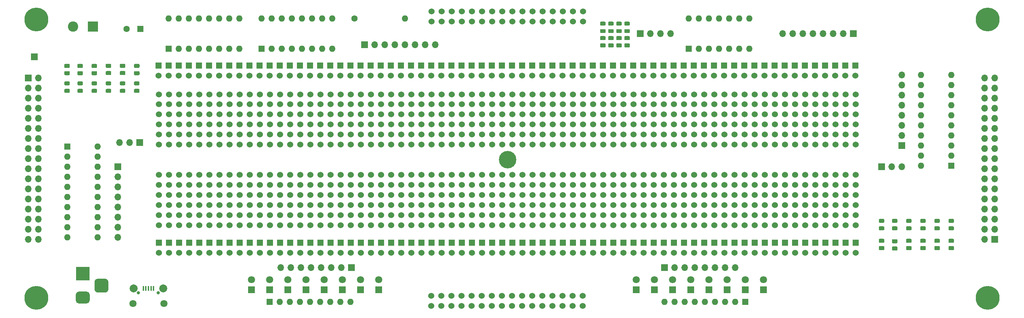
<source format=gbr>
%TF.GenerationSoftware,KiCad,Pcbnew,(5.1.10-1-10_14)*%
%TF.CreationDate,2021-08-24T01:17:35-04:00*%
%TF.ProjectId,breadboard-prototype-register,62726561-6462-46f6-9172-642d70726f74,rev?*%
%TF.SameCoordinates,Original*%
%TF.FileFunction,Soldermask,Top*%
%TF.FilePolarity,Negative*%
%FSLAX46Y46*%
G04 Gerber Fmt 4.6, Leading zero omitted, Abs format (unit mm)*
G04 Created by KiCad (PCBNEW (5.1.10-1-10_14)) date 2021-08-24 01:17:35*
%MOMM*%
%LPD*%
G01*
G04 APERTURE LIST*
%ADD10O,1.600000X1.600000*%
%ADD11R,1.600000X1.600000*%
%ADD12O,1.700000X1.700000*%
%ADD13R,1.700000X1.700000*%
%ADD14C,1.600000*%
%ADD15R,0.450000X1.300000*%
%ADD16C,2.000000*%
%ADD17C,1.800000*%
%ADD18C,0.800000*%
%ADD19R,1.800000X1.800000*%
%ADD20R,1.524000X1.524000*%
%ADD21C,1.524000*%
%ADD22C,4.400000*%
%ADD23C,0.700000*%
%ADD24C,6.000000*%
%ADD25R,2.600000X2.600000*%
%ADD26C,2.600000*%
%ADD27R,3.500000X3.500000*%
G04 APERTURE END LIST*
%TO.C,R16*%
G36*
G01*
X179381999Y-69234000D02*
X180282001Y-69234000D01*
G75*
G02*
X180532000Y-69483999I0J-249999D01*
G01*
X180532000Y-70009001D01*
G75*
G02*
X180282001Y-70259000I-249999J0D01*
G01*
X179381999Y-70259000D01*
G75*
G02*
X179132000Y-70009001I0J249999D01*
G01*
X179132000Y-69483999D01*
G75*
G02*
X179381999Y-69234000I249999J0D01*
G01*
G37*
G36*
G01*
X179381999Y-67409000D02*
X180282001Y-67409000D01*
G75*
G02*
X180532000Y-67658999I0J-249999D01*
G01*
X180532000Y-68184001D01*
G75*
G02*
X180282001Y-68434000I-249999J0D01*
G01*
X179381999Y-68434000D01*
G75*
G02*
X179132000Y-68184001I0J249999D01*
G01*
X179132000Y-67658999D01*
G75*
G02*
X179381999Y-67409000I249999J0D01*
G01*
G37*
%TD*%
%TO.C,R15*%
G36*
G01*
X177349999Y-69234000D02*
X178250001Y-69234000D01*
G75*
G02*
X178500000Y-69483999I0J-249999D01*
G01*
X178500000Y-70009001D01*
G75*
G02*
X178250001Y-70259000I-249999J0D01*
G01*
X177349999Y-70259000D01*
G75*
G02*
X177100000Y-70009001I0J249999D01*
G01*
X177100000Y-69483999D01*
G75*
G02*
X177349999Y-69234000I249999J0D01*
G01*
G37*
G36*
G01*
X177349999Y-67409000D02*
X178250001Y-67409000D01*
G75*
G02*
X178500000Y-67658999I0J-249999D01*
G01*
X178500000Y-68184001D01*
G75*
G02*
X178250001Y-68434000I-249999J0D01*
G01*
X177349999Y-68434000D01*
G75*
G02*
X177100000Y-68184001I0J249999D01*
G01*
X177100000Y-67658999D01*
G75*
G02*
X177349999Y-67409000I249999J0D01*
G01*
G37*
%TD*%
%TO.C,R8*%
G36*
G01*
X175317999Y-69234000D02*
X176218001Y-69234000D01*
G75*
G02*
X176468000Y-69483999I0J-249999D01*
G01*
X176468000Y-70009001D01*
G75*
G02*
X176218001Y-70259000I-249999J0D01*
G01*
X175317999Y-70259000D01*
G75*
G02*
X175068000Y-70009001I0J249999D01*
G01*
X175068000Y-69483999D01*
G75*
G02*
X175317999Y-69234000I249999J0D01*
G01*
G37*
G36*
G01*
X175317999Y-67409000D02*
X176218001Y-67409000D01*
G75*
G02*
X176468000Y-67658999I0J-249999D01*
G01*
X176468000Y-68184001D01*
G75*
G02*
X176218001Y-68434000I-249999J0D01*
G01*
X175317999Y-68434000D01*
G75*
G02*
X175068000Y-68184001I0J249999D01*
G01*
X175068000Y-67658999D01*
G75*
G02*
X175317999Y-67409000I249999J0D01*
G01*
G37*
%TD*%
%TO.C,R7*%
G36*
G01*
X173285999Y-69234000D02*
X174186001Y-69234000D01*
G75*
G02*
X174436000Y-69483999I0J-249999D01*
G01*
X174436000Y-70009001D01*
G75*
G02*
X174186001Y-70259000I-249999J0D01*
G01*
X173285999Y-70259000D01*
G75*
G02*
X173036000Y-70009001I0J249999D01*
G01*
X173036000Y-69483999D01*
G75*
G02*
X173285999Y-69234000I249999J0D01*
G01*
G37*
G36*
G01*
X173285999Y-67409000D02*
X174186001Y-67409000D01*
G75*
G02*
X174436000Y-67658999I0J-249999D01*
G01*
X174436000Y-68184001D01*
G75*
G02*
X174186001Y-68434000I-249999J0D01*
G01*
X173285999Y-68434000D01*
G75*
G02*
X173036000Y-68184001I0J249999D01*
G01*
X173036000Y-67658999D01*
G75*
G02*
X173285999Y-67409000I249999J0D01*
G01*
G37*
%TD*%
%TO.C,D16*%
G36*
G01*
X180288250Y-64749500D02*
X179375750Y-64749500D01*
G75*
G02*
X179132000Y-64505750I0J243750D01*
G01*
X179132000Y-64018250D01*
G75*
G02*
X179375750Y-63774500I243750J0D01*
G01*
X180288250Y-63774500D01*
G75*
G02*
X180532000Y-64018250I0J-243750D01*
G01*
X180532000Y-64505750D01*
G75*
G02*
X180288250Y-64749500I-243750J0D01*
G01*
G37*
G36*
G01*
X180288250Y-66624500D02*
X179375750Y-66624500D01*
G75*
G02*
X179132000Y-66380750I0J243750D01*
G01*
X179132000Y-65893250D01*
G75*
G02*
X179375750Y-65649500I243750J0D01*
G01*
X180288250Y-65649500D01*
G75*
G02*
X180532000Y-65893250I0J-243750D01*
G01*
X180532000Y-66380750D01*
G75*
G02*
X180288250Y-66624500I-243750J0D01*
G01*
G37*
%TD*%
%TO.C,D15*%
G36*
G01*
X178256250Y-64749500D02*
X177343750Y-64749500D01*
G75*
G02*
X177100000Y-64505750I0J243750D01*
G01*
X177100000Y-64018250D01*
G75*
G02*
X177343750Y-63774500I243750J0D01*
G01*
X178256250Y-63774500D01*
G75*
G02*
X178500000Y-64018250I0J-243750D01*
G01*
X178500000Y-64505750D01*
G75*
G02*
X178256250Y-64749500I-243750J0D01*
G01*
G37*
G36*
G01*
X178256250Y-66624500D02*
X177343750Y-66624500D01*
G75*
G02*
X177100000Y-66380750I0J243750D01*
G01*
X177100000Y-65893250D01*
G75*
G02*
X177343750Y-65649500I243750J0D01*
G01*
X178256250Y-65649500D01*
G75*
G02*
X178500000Y-65893250I0J-243750D01*
G01*
X178500000Y-66380750D01*
G75*
G02*
X178256250Y-66624500I-243750J0D01*
G01*
G37*
%TD*%
%TO.C,D14*%
G36*
G01*
X176224250Y-64749500D02*
X175311750Y-64749500D01*
G75*
G02*
X175068000Y-64505750I0J243750D01*
G01*
X175068000Y-64018250D01*
G75*
G02*
X175311750Y-63774500I243750J0D01*
G01*
X176224250Y-63774500D01*
G75*
G02*
X176468000Y-64018250I0J-243750D01*
G01*
X176468000Y-64505750D01*
G75*
G02*
X176224250Y-64749500I-243750J0D01*
G01*
G37*
G36*
G01*
X176224250Y-66624500D02*
X175311750Y-66624500D01*
G75*
G02*
X175068000Y-66380750I0J243750D01*
G01*
X175068000Y-65893250D01*
G75*
G02*
X175311750Y-65649500I243750J0D01*
G01*
X176224250Y-65649500D01*
G75*
G02*
X176468000Y-65893250I0J-243750D01*
G01*
X176468000Y-66380750D01*
G75*
G02*
X176224250Y-66624500I-243750J0D01*
G01*
G37*
%TD*%
%TO.C,D13*%
G36*
G01*
X174192250Y-64749500D02*
X173279750Y-64749500D01*
G75*
G02*
X173036000Y-64505750I0J243750D01*
G01*
X173036000Y-64018250D01*
G75*
G02*
X173279750Y-63774500I243750J0D01*
G01*
X174192250Y-63774500D01*
G75*
G02*
X174436000Y-64018250I0J-243750D01*
G01*
X174436000Y-64505750D01*
G75*
G02*
X174192250Y-64749500I-243750J0D01*
G01*
G37*
G36*
G01*
X174192250Y-66624500D02*
X173279750Y-66624500D01*
G75*
G02*
X173036000Y-66380750I0J243750D01*
G01*
X173036000Y-65893250D01*
G75*
G02*
X173279750Y-65649500I243750J0D01*
G01*
X174192250Y-65649500D01*
G75*
G02*
X174436000Y-65893250I0J-243750D01*
G01*
X174436000Y-66380750D01*
G75*
G02*
X174192250Y-66624500I-243750J0D01*
G01*
G37*
%TD*%
D10*
%TO.C,U5*%
X195326000Y-62992000D03*
X210566000Y-70612000D03*
X197866000Y-62992000D03*
X208026000Y-70612000D03*
X200406000Y-62992000D03*
X205486000Y-70612000D03*
X202946000Y-62992000D03*
X202946000Y-70612000D03*
X205486000Y-62992000D03*
X200406000Y-70612000D03*
X208026000Y-62992000D03*
X197866000Y-70612000D03*
X210566000Y-62992000D03*
D11*
X195326000Y-70612000D03*
%TD*%
D12*
%TO.C,J18*%
X190754000Y-66802000D03*
X188214000Y-66802000D03*
X185674000Y-66802000D03*
D13*
X183134000Y-66802000D03*
%TD*%
D12*
%TO.C,J13*%
X218948000Y-66802000D03*
X221488000Y-66802000D03*
X224028000Y-66802000D03*
X226568000Y-66802000D03*
X229108000Y-66802000D03*
X231648000Y-66802000D03*
X234188000Y-66802000D03*
D13*
X236728000Y-66802000D03*
%TD*%
%TO.C,J12*%
X30734000Y-72644000D03*
%TD*%
D10*
%TO.C,R29*%
X123952000Y-62992000D03*
D14*
X111252000Y-62992000D03*
%TD*%
D12*
%TO.C,J19*%
X131572000Y-69596000D03*
X129032000Y-69596000D03*
X126492000Y-69596000D03*
X123952000Y-69596000D03*
X121412000Y-69596000D03*
X118872000Y-69596000D03*
X116332000Y-69596000D03*
D13*
X113792000Y-69596000D03*
%TD*%
D10*
%TO.C,U4*%
X64516000Y-62992000D03*
X82296000Y-70612000D03*
X67056000Y-62992000D03*
X79756000Y-70612000D03*
X69596000Y-62992000D03*
X77216000Y-70612000D03*
X72136000Y-62992000D03*
X74676000Y-70612000D03*
X74676000Y-62992000D03*
X72136000Y-70612000D03*
X77216000Y-62992000D03*
X69596000Y-70612000D03*
X79756000Y-62992000D03*
X67056000Y-70612000D03*
X82296000Y-62992000D03*
D11*
X64516000Y-70612000D03*
%TD*%
D10*
%TO.C,U3*%
X87884000Y-62992000D03*
X105664000Y-70612000D03*
X90424000Y-62992000D03*
X103124000Y-70612000D03*
X92964000Y-62992000D03*
X100584000Y-70612000D03*
X95504000Y-62992000D03*
X98044000Y-70612000D03*
X98044000Y-62992000D03*
X95504000Y-70612000D03*
X100584000Y-62992000D03*
X92964000Y-70612000D03*
X103124000Y-62992000D03*
X90424000Y-70612000D03*
X105664000Y-62992000D03*
D11*
X87884000Y-70612000D03*
%TD*%
%TO.C,U1*%
X39072000Y-95200000D03*
D10*
X46692000Y-118060000D03*
X39072000Y-97740000D03*
X46692000Y-115520000D03*
X39072000Y-100280000D03*
X46692000Y-112980000D03*
X39072000Y-102820000D03*
X46692000Y-110440000D03*
X39072000Y-105360000D03*
X46692000Y-107900000D03*
X39072000Y-107900000D03*
X46692000Y-105360000D03*
X39072000Y-110440000D03*
X46692000Y-102820000D03*
X39072000Y-112980000D03*
X46692000Y-100280000D03*
X39072000Y-115520000D03*
X46692000Y-97740000D03*
X39072000Y-118060000D03*
X46692000Y-95200000D03*
%TD*%
D11*
%TO.C,U2*%
X261366000Y-100076000D03*
D10*
X253746000Y-77216000D03*
X261366000Y-97536000D03*
X253746000Y-79756000D03*
X261366000Y-94996000D03*
X253746000Y-82296000D03*
X261366000Y-92456000D03*
X253746000Y-84836000D03*
X261366000Y-89916000D03*
X253746000Y-87376000D03*
X261366000Y-87376000D03*
X253746000Y-89916000D03*
X261366000Y-84836000D03*
X253746000Y-92456000D03*
X261366000Y-82296000D03*
X253746000Y-94996000D03*
X261366000Y-79756000D03*
X253746000Y-97536000D03*
X261366000Y-77216000D03*
X253746000Y-100076000D03*
%TD*%
D15*
%TO.C,J4*%
X58136000Y-130942000D03*
X58786000Y-130942000D03*
X59436000Y-130942000D03*
X60086000Y-130942000D03*
X60736000Y-130942000D03*
D16*
X55711000Y-130992000D03*
X63161000Y-130992000D03*
D17*
X55561000Y-134792000D03*
X63311000Y-134792000D03*
D18*
X56936000Y-132042000D03*
X61936000Y-132042000D03*
%TD*%
D19*
%TO.C,D37*%
X182118000Y-131318000D03*
D17*
X182118000Y-128778000D03*
%TD*%
D19*
%TO.C,D38*%
X186690000Y-131318000D03*
D17*
X186690000Y-128778000D03*
%TD*%
D19*
%TO.C,D39*%
X191262000Y-131318000D03*
D17*
X191262000Y-128778000D03*
%TD*%
D19*
%TO.C,D40*%
X195834000Y-131318000D03*
D17*
X195834000Y-128778000D03*
%TD*%
D19*
%TO.C,D42*%
X204978000Y-131318000D03*
D17*
X204978000Y-128778000D03*
%TD*%
D19*
%TO.C,D41*%
X200406000Y-131318000D03*
D17*
X200406000Y-128778000D03*
%TD*%
D20*
%TO.C,REF\u002A\u002A*%
X219482000Y-74836000D03*
D21*
X219482000Y-77376000D03*
%TD*%
D20*
%TO.C,REF\u002A\u002A*%
X222022000Y-74836000D03*
D21*
X222022000Y-77376000D03*
%TD*%
D20*
%TO.C,REF\u002A\u002A*%
X224562000Y-74836000D03*
D21*
X224562000Y-77376000D03*
%TD*%
D20*
%TO.C,REF\u002A\u002A*%
X227102000Y-74836000D03*
D21*
X227102000Y-77376000D03*
%TD*%
D20*
%TO.C,REF\u002A\u002A*%
X229642000Y-74836000D03*
D21*
X229642000Y-77376000D03*
%TD*%
D20*
%TO.C,REF\u002A\u002A*%
X232182000Y-74836000D03*
D21*
X232182000Y-77376000D03*
%TD*%
D20*
%TO.C,REF\u002A\u002A*%
X234722000Y-74836000D03*
D21*
X234722000Y-77376000D03*
%TD*%
D20*
%TO.C,REF\u002A\u002A*%
X237262000Y-74836000D03*
D21*
X237262000Y-77376000D03*
%TD*%
D20*
%TO.C,REF\u002A\u002A*%
X62072000Y-119456000D03*
D21*
X62072000Y-121996000D03*
%TD*%
D20*
%TO.C,REF\u002A\u002A*%
X64612000Y-119456000D03*
D21*
X64612000Y-121996000D03*
%TD*%
D20*
%TO.C,REF\u002A\u002A*%
X67152000Y-119456000D03*
D21*
X67152000Y-121996000D03*
%TD*%
D20*
%TO.C,REF\u002A\u002A*%
X69692000Y-119456000D03*
D21*
X69692000Y-121996000D03*
%TD*%
D20*
%TO.C,REF\u002A\u002A*%
X72232000Y-119456000D03*
D21*
X72232000Y-121996000D03*
%TD*%
D20*
%TO.C,REF\u002A\u002A*%
X74772000Y-119456000D03*
D21*
X74772000Y-121996000D03*
%TD*%
D20*
%TO.C,REF\u002A\u002A*%
X77312000Y-119456000D03*
D21*
X77312000Y-121996000D03*
%TD*%
D20*
%TO.C,REF\u002A\u002A*%
X79852000Y-119456000D03*
D21*
X79852000Y-121996000D03*
%TD*%
D20*
%TO.C,REF\u002A\u002A*%
X82392000Y-119456000D03*
D21*
X82392000Y-121996000D03*
%TD*%
D20*
%TO.C,REF\u002A\u002A*%
X84932000Y-119456000D03*
D21*
X84932000Y-121996000D03*
%TD*%
D20*
%TO.C,REF\u002A\u002A*%
X87472000Y-119456000D03*
D21*
X87472000Y-121996000D03*
%TD*%
D20*
%TO.C,REF\u002A\u002A*%
X90012000Y-119456000D03*
D21*
X90012000Y-121996000D03*
%TD*%
D20*
%TO.C,REF\u002A\u002A*%
X92552000Y-119456000D03*
D21*
X92552000Y-121996000D03*
%TD*%
D20*
%TO.C,REF\u002A\u002A*%
X95092000Y-119456000D03*
D21*
X95092000Y-121996000D03*
%TD*%
D20*
%TO.C,REF\u002A\u002A*%
X97632000Y-119456000D03*
D21*
X97632000Y-121996000D03*
%TD*%
D20*
%TO.C,REF\u002A\u002A*%
X100172000Y-119456000D03*
D21*
X100172000Y-121996000D03*
%TD*%
D20*
%TO.C,REF\u002A\u002A*%
X102712000Y-119456000D03*
D21*
X102712000Y-121996000D03*
%TD*%
D20*
%TO.C,REF\u002A\u002A*%
X105252000Y-119456000D03*
D21*
X105252000Y-121996000D03*
%TD*%
D20*
%TO.C,REF\u002A\u002A*%
X107792000Y-119456000D03*
D21*
X107792000Y-121996000D03*
%TD*%
D20*
%TO.C,REF\u002A\u002A*%
X110332000Y-119456000D03*
D21*
X110332000Y-121996000D03*
%TD*%
D20*
%TO.C,REF\u002A\u002A*%
X112872000Y-119456000D03*
D21*
X112872000Y-121996000D03*
%TD*%
D20*
%TO.C,REF\u002A\u002A*%
X115412000Y-119456000D03*
D21*
X115412000Y-121996000D03*
%TD*%
D20*
%TO.C,REF\u002A\u002A*%
X117952000Y-119456000D03*
D21*
X117952000Y-121996000D03*
%TD*%
D20*
%TO.C,REF\u002A\u002A*%
X120492000Y-119456000D03*
D21*
X120492000Y-121996000D03*
%TD*%
D20*
%TO.C,REF\u002A\u002A*%
X123032000Y-119456000D03*
D21*
X123032000Y-121996000D03*
%TD*%
D20*
%TO.C,REF\u002A\u002A*%
X125572000Y-119456000D03*
D21*
X125572000Y-121996000D03*
%TD*%
D20*
%TO.C,REF\u002A\u002A*%
X128112000Y-119456000D03*
D21*
X128112000Y-121996000D03*
%TD*%
D20*
%TO.C,REF\u002A\u002A*%
X130652000Y-119456000D03*
D21*
X130652000Y-121996000D03*
%TD*%
D20*
%TO.C,REF\u002A\u002A*%
X133192000Y-119456000D03*
D21*
X133192000Y-121996000D03*
%TD*%
D20*
%TO.C,REF\u002A\u002A*%
X135732000Y-119456000D03*
D21*
X135732000Y-121996000D03*
%TD*%
D20*
%TO.C,REF\u002A\u002A*%
X138272000Y-119456000D03*
D21*
X138272000Y-121996000D03*
%TD*%
D20*
%TO.C,REF\u002A\u002A*%
X140812000Y-119456000D03*
D21*
X140812000Y-121996000D03*
%TD*%
D20*
%TO.C,REF\u002A\u002A*%
X143352000Y-119456000D03*
D21*
X143352000Y-121996000D03*
%TD*%
D20*
%TO.C,REF\u002A\u002A*%
X145892000Y-119456000D03*
D21*
X145892000Y-121996000D03*
%TD*%
D20*
%TO.C,REF\u002A\u002A*%
X148432000Y-119456000D03*
D21*
X148432000Y-121996000D03*
%TD*%
D20*
%TO.C,REF\u002A\u002A*%
X150972000Y-119456000D03*
D21*
X150972000Y-121996000D03*
%TD*%
D20*
%TO.C,REF\u002A\u002A*%
X153512000Y-119456000D03*
D21*
X153512000Y-121996000D03*
%TD*%
D20*
%TO.C,REF\u002A\u002A*%
X156052000Y-119456000D03*
D21*
X156052000Y-121996000D03*
%TD*%
D20*
%TO.C,REF\u002A\u002A*%
X158592000Y-119456000D03*
D21*
X158592000Y-121996000D03*
%TD*%
D20*
%TO.C,REF\u002A\u002A*%
X161132000Y-119456000D03*
D21*
X161132000Y-121996000D03*
%TD*%
D20*
%TO.C,REF\u002A\u002A*%
X163672000Y-119456000D03*
D21*
X163672000Y-121996000D03*
%TD*%
D20*
%TO.C,REF\u002A\u002A*%
X166212000Y-119456000D03*
D21*
X166212000Y-121996000D03*
%TD*%
D20*
%TO.C,REF\u002A\u002A*%
X168752000Y-119456000D03*
D21*
X168752000Y-121996000D03*
%TD*%
D20*
%TO.C,REF\u002A\u002A*%
X171292000Y-119456000D03*
D21*
X171292000Y-121996000D03*
%TD*%
D20*
%TO.C,REF\u002A\u002A*%
X173832000Y-119456000D03*
D21*
X173832000Y-121996000D03*
%TD*%
D20*
%TO.C,REF\u002A\u002A*%
X176372000Y-119456000D03*
D21*
X176372000Y-121996000D03*
%TD*%
D20*
%TO.C,REF\u002A\u002A*%
X178912000Y-119456000D03*
D21*
X178912000Y-121996000D03*
%TD*%
D20*
%TO.C,REF\u002A\u002A*%
X181452000Y-119456000D03*
D21*
X181452000Y-121996000D03*
%TD*%
D20*
%TO.C,REF\u002A\u002A*%
X183992000Y-119456000D03*
D21*
X183992000Y-121996000D03*
%TD*%
D20*
%TO.C,REF\u002A\u002A*%
X186532000Y-119456000D03*
D21*
X186532000Y-121996000D03*
%TD*%
D20*
%TO.C,REF\u002A\u002A*%
X189072000Y-119456000D03*
D21*
X189072000Y-121996000D03*
%TD*%
D20*
%TO.C,REF\u002A\u002A*%
X191612000Y-119456000D03*
D21*
X191612000Y-121996000D03*
%TD*%
D20*
%TO.C,REF\u002A\u002A*%
X194152000Y-119456000D03*
D21*
X194152000Y-121996000D03*
%TD*%
D20*
%TO.C,REF\u002A\u002A*%
X196692000Y-119456000D03*
D21*
X196692000Y-121996000D03*
%TD*%
D20*
%TO.C,REF\u002A\u002A*%
X199232000Y-119456000D03*
D21*
X199232000Y-121996000D03*
%TD*%
D20*
%TO.C,REF\u002A\u002A*%
X201772000Y-119456000D03*
D21*
X201772000Y-121996000D03*
%TD*%
D20*
%TO.C,REF\u002A\u002A*%
X204312000Y-119456000D03*
D21*
X204312000Y-121996000D03*
%TD*%
D20*
%TO.C,REF\u002A\u002A*%
X206852000Y-119456000D03*
D21*
X206852000Y-121996000D03*
%TD*%
D20*
%TO.C,REF\u002A\u002A*%
X209392000Y-119456000D03*
D21*
X209392000Y-121996000D03*
%TD*%
D20*
%TO.C,REF\u002A\u002A*%
X211932000Y-119456000D03*
D21*
X211932000Y-121996000D03*
%TD*%
D20*
%TO.C,REF\u002A\u002A*%
X214472000Y-119456000D03*
D21*
X214472000Y-121996000D03*
%TD*%
D20*
%TO.C,REF\u002A\u002A*%
X217012000Y-119456000D03*
D21*
X217012000Y-121996000D03*
%TD*%
D20*
%TO.C,REF\u002A\u002A*%
X219552000Y-119456000D03*
D21*
X219552000Y-121996000D03*
%TD*%
D20*
%TO.C,REF\u002A\u002A*%
X222092000Y-119456000D03*
D21*
X222092000Y-121996000D03*
%TD*%
D20*
%TO.C,REF\u002A\u002A*%
X224632000Y-119456000D03*
D21*
X224632000Y-121996000D03*
%TD*%
D20*
%TO.C,REF\u002A\u002A*%
X227172000Y-119456000D03*
D21*
X227172000Y-121996000D03*
%TD*%
D20*
%TO.C,REF\u002A\u002A*%
X229712000Y-119456000D03*
D21*
X229712000Y-121996000D03*
%TD*%
D20*
%TO.C,REF\u002A\u002A*%
X232252000Y-119456000D03*
D21*
X232252000Y-121996000D03*
%TD*%
D20*
%TO.C,REF\u002A\u002A*%
X234792000Y-119456000D03*
D21*
X234792000Y-121996000D03*
%TD*%
D20*
%TO.C,REF\u002A\u002A*%
X237332000Y-119456000D03*
D21*
X237332000Y-121996000D03*
%TD*%
D22*
%TO.C,REF\u002A\u002A*%
X149762000Y-98536000D03*
D23*
X151412000Y-98536000D03*
X150928726Y-99702726D03*
X149762000Y-100186000D03*
X148595274Y-99702726D03*
X148112000Y-98536000D03*
X148595274Y-97369274D03*
X149762000Y-96886000D03*
X150928726Y-97369274D03*
%TD*%
D21*
%TO.C,J14*%
X237322000Y-115026000D03*
X234782000Y-115026000D03*
X232242000Y-115026000D03*
X229702000Y-115026000D03*
X227162000Y-115026000D03*
X224622000Y-115026000D03*
X222082000Y-115026000D03*
X219542000Y-115026000D03*
X217002000Y-115026000D03*
X214462000Y-115026000D03*
X211922000Y-115026000D03*
X209382000Y-115026000D03*
X206842000Y-115026000D03*
X204302000Y-115026000D03*
X201762000Y-115026000D03*
X199222000Y-115026000D03*
X196682000Y-115026000D03*
X194142000Y-115026000D03*
X191602000Y-115026000D03*
X189062000Y-115026000D03*
X186522000Y-115026000D03*
X183982000Y-115026000D03*
X181442000Y-115026000D03*
X178902000Y-115026000D03*
X176362000Y-115026000D03*
X173822000Y-115026000D03*
X171282000Y-115026000D03*
X168742000Y-115026000D03*
X166202000Y-115026000D03*
X163662000Y-115026000D03*
X161122000Y-115026000D03*
X158582000Y-115026000D03*
X156042000Y-115026000D03*
X153502000Y-115026000D03*
X150962000Y-115026000D03*
X148422000Y-115026000D03*
X145882000Y-115026000D03*
X143342000Y-115026000D03*
X140802000Y-115026000D03*
X138262000Y-115026000D03*
X135722000Y-115026000D03*
X133182000Y-115026000D03*
X130642000Y-115026000D03*
X128102000Y-115026000D03*
X125562000Y-115026000D03*
X123022000Y-115026000D03*
X120482000Y-115026000D03*
X117942000Y-115026000D03*
X115402000Y-115026000D03*
X112862000Y-115026000D03*
X110322000Y-115026000D03*
X107782000Y-115026000D03*
X105242000Y-115026000D03*
X102702000Y-115026000D03*
X100162000Y-115026000D03*
X97622000Y-115026000D03*
X95082000Y-115026000D03*
X92542000Y-115026000D03*
X90002000Y-115026000D03*
X87462000Y-115026000D03*
X84922000Y-115026000D03*
X82382000Y-115026000D03*
X79842000Y-115026000D03*
X77302000Y-115026000D03*
X74762000Y-115026000D03*
X72222000Y-115026000D03*
X69682000Y-115026000D03*
X67142000Y-115026000D03*
X64602000Y-115026000D03*
X62062000Y-115026000D03*
X234782000Y-112496000D03*
X217002000Y-112496000D03*
X214462000Y-112496000D03*
X211922000Y-112496000D03*
X97622000Y-112496000D03*
X95082000Y-112496000D03*
X92542000Y-112496000D03*
X90002000Y-112496000D03*
X87462000Y-112496000D03*
X84922000Y-112496000D03*
X82382000Y-112496000D03*
X79842000Y-112496000D03*
X77302000Y-112496000D03*
X74762000Y-112496000D03*
X72222000Y-112496000D03*
X69682000Y-112496000D03*
X67142000Y-112496000D03*
X64602000Y-112496000D03*
X229702000Y-112496000D03*
X209382000Y-112496000D03*
X206842000Y-112496000D03*
X204302000Y-112496000D03*
X201762000Y-112496000D03*
X237322000Y-112496000D03*
X232242000Y-112496000D03*
X145882000Y-112496000D03*
X143342000Y-112496000D03*
X140802000Y-112496000D03*
X138262000Y-112496000D03*
X135722000Y-112496000D03*
X133182000Y-112496000D03*
X130642000Y-112496000D03*
X128102000Y-112496000D03*
X125562000Y-112496000D03*
X123022000Y-112496000D03*
X120482000Y-112496000D03*
X117942000Y-112496000D03*
X115402000Y-112496000D03*
X161122000Y-112496000D03*
X158582000Y-112496000D03*
X156042000Y-112496000D03*
X153502000Y-112496000D03*
X150962000Y-112496000D03*
X148422000Y-112496000D03*
X199222000Y-112496000D03*
X196682000Y-112496000D03*
X194142000Y-112496000D03*
X191602000Y-112496000D03*
X189062000Y-112496000D03*
X186522000Y-112496000D03*
X183982000Y-112496000D03*
X181442000Y-112496000D03*
X178902000Y-112496000D03*
X176362000Y-112496000D03*
X173822000Y-112496000D03*
X171282000Y-112496000D03*
X168742000Y-112496000D03*
X166202000Y-112496000D03*
X163662000Y-112496000D03*
X112862000Y-112496000D03*
X110322000Y-112496000D03*
X107782000Y-112496000D03*
X105242000Y-112496000D03*
X102702000Y-112496000D03*
X100162000Y-112496000D03*
X62062000Y-112496000D03*
X224622000Y-112496000D03*
X227162000Y-112496000D03*
X219542000Y-112496000D03*
X222082000Y-112496000D03*
X148422000Y-109956000D03*
X145882000Y-109956000D03*
X143342000Y-109956000D03*
X173822000Y-109956000D03*
X171282000Y-109956000D03*
X140802000Y-109956000D03*
X138262000Y-109956000D03*
X135722000Y-109956000D03*
X133182000Y-109956000D03*
X130642000Y-109956000D03*
X128102000Y-109956000D03*
X125562000Y-109956000D03*
X123022000Y-109956000D03*
X214462000Y-109956000D03*
X211922000Y-109956000D03*
X209382000Y-109956000D03*
X206842000Y-109956000D03*
X204302000Y-109956000D03*
X201762000Y-109956000D03*
X199222000Y-109956000D03*
X196682000Y-109956000D03*
X237322000Y-109956000D03*
X120482000Y-109956000D03*
X117942000Y-109956000D03*
X115402000Y-109956000D03*
X112862000Y-109956000D03*
X110322000Y-109956000D03*
X107782000Y-109956000D03*
X105242000Y-109956000D03*
X102702000Y-109956000D03*
X100162000Y-109956000D03*
X97622000Y-109956000D03*
X95082000Y-109956000D03*
X92542000Y-109956000D03*
X90002000Y-109956000D03*
X87462000Y-109956000D03*
X84922000Y-109956000D03*
X194142000Y-109956000D03*
X191602000Y-109956000D03*
X189062000Y-109956000D03*
X186522000Y-109956000D03*
X183982000Y-109956000D03*
X181442000Y-109956000D03*
X178902000Y-109956000D03*
X176362000Y-109956000D03*
X168742000Y-109956000D03*
X166202000Y-109956000D03*
X163662000Y-109956000D03*
X161122000Y-109956000D03*
X158582000Y-109956000D03*
X156042000Y-109956000D03*
X153502000Y-109956000D03*
X150962000Y-109956000D03*
X234782000Y-109956000D03*
X232242000Y-109956000D03*
X229702000Y-109956000D03*
X227162000Y-109956000D03*
X224622000Y-109956000D03*
X222082000Y-109956000D03*
X219542000Y-109956000D03*
X217002000Y-109956000D03*
X82382000Y-109956000D03*
X79842000Y-109956000D03*
X77302000Y-109956000D03*
X74762000Y-109956000D03*
X72222000Y-109956000D03*
X69682000Y-109956000D03*
X67142000Y-109956000D03*
X64602000Y-109956000D03*
X62062000Y-109956000D03*
X234782000Y-107426000D03*
X217002000Y-107426000D03*
X214462000Y-107426000D03*
X211922000Y-107426000D03*
X97622000Y-107426000D03*
X95082000Y-107426000D03*
X92542000Y-107426000D03*
X90002000Y-107426000D03*
X87462000Y-107426000D03*
X84922000Y-107426000D03*
X158582000Y-107426000D03*
X156042000Y-107426000D03*
X153502000Y-107426000D03*
X69682000Y-107426000D03*
X67142000Y-107426000D03*
X64602000Y-107426000D03*
X229702000Y-107426000D03*
X209382000Y-107426000D03*
X206842000Y-107426000D03*
X204302000Y-107426000D03*
X201762000Y-107426000D03*
X237322000Y-107426000D03*
X232242000Y-107426000D03*
X145882000Y-107426000D03*
X143342000Y-107426000D03*
X140802000Y-107426000D03*
X138262000Y-107426000D03*
X135722000Y-107426000D03*
X133182000Y-107426000D03*
X130642000Y-107426000D03*
X128102000Y-107426000D03*
X125562000Y-107426000D03*
X123022000Y-107426000D03*
X120482000Y-107426000D03*
X117942000Y-107426000D03*
X115402000Y-107426000D03*
X161122000Y-107426000D03*
X82382000Y-107426000D03*
X79842000Y-107426000D03*
X77302000Y-107426000D03*
X102702000Y-107426000D03*
X100162000Y-107426000D03*
X62062000Y-107426000D03*
X224622000Y-107426000D03*
X227162000Y-107426000D03*
X219542000Y-107426000D03*
X222082000Y-107426000D03*
X150962000Y-107426000D03*
X148422000Y-107426000D03*
X199222000Y-107426000D03*
X196682000Y-107426000D03*
X194142000Y-107426000D03*
X191602000Y-107426000D03*
X189062000Y-107426000D03*
X186522000Y-107426000D03*
X183982000Y-107426000D03*
X181442000Y-107426000D03*
X178902000Y-107426000D03*
X176362000Y-107426000D03*
X173822000Y-107426000D03*
X171282000Y-107426000D03*
X168742000Y-107426000D03*
X166202000Y-107426000D03*
X163662000Y-107426000D03*
X112862000Y-107426000D03*
X110322000Y-107426000D03*
X107782000Y-107426000D03*
X105242000Y-107426000D03*
X74762000Y-107426000D03*
X72222000Y-107426000D03*
X135722000Y-104886000D03*
X171282000Y-104886000D03*
X140802000Y-104886000D03*
X153502000Y-102356000D03*
X69682000Y-102356000D03*
X67142000Y-102356000D03*
X64602000Y-102356000D03*
X229702000Y-102356000D03*
X209382000Y-102356000D03*
X206842000Y-102356000D03*
X204302000Y-102356000D03*
X201762000Y-102356000D03*
X237322000Y-102356000D03*
X232242000Y-102356000D03*
X145882000Y-102356000D03*
X143342000Y-102356000D03*
X140802000Y-102356000D03*
X138262000Y-102356000D03*
X135722000Y-102356000D03*
X133182000Y-102356000D03*
X130642000Y-102356000D03*
X128102000Y-102356000D03*
X125562000Y-102356000D03*
X123022000Y-102356000D03*
X120482000Y-102356000D03*
X117942000Y-102356000D03*
X115402000Y-102356000D03*
X161122000Y-102356000D03*
X82382000Y-102356000D03*
X79842000Y-102356000D03*
X77302000Y-102356000D03*
X102702000Y-102356000D03*
X100162000Y-102356000D03*
X62062000Y-102356000D03*
X224622000Y-102356000D03*
X227162000Y-102356000D03*
X219542000Y-102356000D03*
X222082000Y-102356000D03*
X150962000Y-102356000D03*
X148422000Y-102356000D03*
X199222000Y-102356000D03*
X196682000Y-102356000D03*
X194142000Y-102356000D03*
X191602000Y-102356000D03*
X189062000Y-102356000D03*
X186522000Y-102356000D03*
X183982000Y-102356000D03*
X181442000Y-102356000D03*
X178902000Y-102356000D03*
X176362000Y-102356000D03*
X173822000Y-102356000D03*
X171282000Y-102356000D03*
X168742000Y-102356000D03*
X166202000Y-102356000D03*
X163662000Y-102356000D03*
X112862000Y-102356000D03*
X110322000Y-102356000D03*
X107782000Y-102356000D03*
X105242000Y-102356000D03*
X74762000Y-102356000D03*
X72222000Y-102356000D03*
X143342000Y-104886000D03*
X148422000Y-104886000D03*
X74762000Y-104886000D03*
X72222000Y-104886000D03*
X69682000Y-104886000D03*
X211922000Y-102356000D03*
X97622000Y-102356000D03*
X95082000Y-102356000D03*
X92542000Y-102356000D03*
X90002000Y-102356000D03*
X87462000Y-102356000D03*
X84922000Y-102356000D03*
X67142000Y-104886000D03*
X64602000Y-104886000D03*
X62062000Y-104886000D03*
X234782000Y-102356000D03*
X217002000Y-102356000D03*
X214462000Y-102356000D03*
X110322000Y-104886000D03*
X107782000Y-104886000D03*
X105242000Y-104886000D03*
X102702000Y-104886000D03*
X100162000Y-104886000D03*
X158582000Y-104886000D03*
X156042000Y-104886000D03*
X97622000Y-104886000D03*
X95082000Y-104886000D03*
X92542000Y-104886000D03*
X90002000Y-104886000D03*
X87462000Y-104886000D03*
X84922000Y-104886000D03*
X194142000Y-104886000D03*
X128102000Y-104886000D03*
X125562000Y-104886000D03*
X123022000Y-104886000D03*
X214462000Y-104886000D03*
X211922000Y-104886000D03*
X209382000Y-104886000D03*
X206842000Y-104886000D03*
X204302000Y-104886000D03*
X227162000Y-104886000D03*
X224622000Y-104886000D03*
X222082000Y-104886000D03*
X166202000Y-104886000D03*
X163662000Y-104886000D03*
X161122000Y-104886000D03*
X153502000Y-104886000D03*
X150962000Y-104886000D03*
X234782000Y-104886000D03*
X232242000Y-104886000D03*
X229702000Y-104886000D03*
X201762000Y-104886000D03*
X199222000Y-104886000D03*
X196682000Y-104886000D03*
X237322000Y-104886000D03*
X120482000Y-104886000D03*
X117942000Y-104886000D03*
X115402000Y-104886000D03*
X112862000Y-104886000D03*
X191602000Y-104886000D03*
X189062000Y-104886000D03*
X186522000Y-104886000D03*
X183982000Y-104886000D03*
X181442000Y-104886000D03*
X178902000Y-104886000D03*
X176362000Y-104886000D03*
X168742000Y-104886000D03*
X219542000Y-104886000D03*
X217002000Y-104886000D03*
X82382000Y-104886000D03*
X79842000Y-104886000D03*
X77302000Y-104886000D03*
X158582000Y-102356000D03*
X156042000Y-102356000D03*
X133182000Y-104886000D03*
X130642000Y-104886000D03*
X138262000Y-104886000D03*
X173822000Y-104886000D03*
X145882000Y-104886000D03*
%TD*%
D11*
%TO.C,C1*%
X57452000Y-65596000D03*
D14*
X53952000Y-65596000D03*
%TD*%
D21*
%TO.C,J10*%
X130612000Y-61186000D03*
X133152000Y-61186000D03*
X135692000Y-61186000D03*
X138232000Y-61186000D03*
X140772000Y-61186000D03*
X143312000Y-61186000D03*
X145852000Y-61186000D03*
X148392000Y-61186000D03*
X150932000Y-61186000D03*
X153472000Y-61186000D03*
X156012000Y-61186000D03*
X158552000Y-61186000D03*
X161092000Y-61186000D03*
X163632000Y-61186000D03*
X166172000Y-61186000D03*
X168712000Y-61186000D03*
X130612000Y-63726000D03*
X133152000Y-63726000D03*
X135692000Y-63726000D03*
X138232000Y-63726000D03*
X140772000Y-63726000D03*
X143312000Y-63726000D03*
X145852000Y-63726000D03*
X148392000Y-63726000D03*
X150932000Y-63726000D03*
X153472000Y-63726000D03*
X156012000Y-63726000D03*
X158552000Y-63726000D03*
X161092000Y-63726000D03*
X163632000Y-63726000D03*
X166172000Y-63726000D03*
X168712000Y-63726000D03*
%TD*%
%TO.C,J9*%
X130582000Y-132862000D03*
X133122000Y-132862000D03*
X135662000Y-132862000D03*
X138202000Y-132862000D03*
X140742000Y-132862000D03*
X143282000Y-132862000D03*
X145822000Y-132862000D03*
X148362000Y-132862000D03*
X150902000Y-132862000D03*
X153442000Y-132862000D03*
X155982000Y-132862000D03*
X158522000Y-132862000D03*
X161062000Y-132862000D03*
X163602000Y-132862000D03*
X166142000Y-132862000D03*
X168682000Y-132862000D03*
X130582000Y-135402000D03*
X133122000Y-135402000D03*
X135662000Y-135402000D03*
X138202000Y-135402000D03*
X140742000Y-135402000D03*
X143282000Y-135402000D03*
X145822000Y-135402000D03*
X148362000Y-135402000D03*
X150902000Y-135402000D03*
X153442000Y-135402000D03*
X155982000Y-135402000D03*
X158522000Y-135402000D03*
X161062000Y-135402000D03*
X163602000Y-135402000D03*
X166142000Y-135402000D03*
X168682000Y-135402000D03*
%TD*%
D20*
%TO.C,REF\u002A\u002A*%
X95022000Y-74836000D03*
D21*
X95022000Y-77376000D03*
%TD*%
D20*
%TO.C,REF\u002A\u002A*%
X97562000Y-74836000D03*
D21*
X97562000Y-77376000D03*
%TD*%
D20*
%TO.C,REF\u002A\u002A*%
X100102000Y-74836000D03*
D21*
X100102000Y-77376000D03*
%TD*%
D20*
%TO.C,REF\u002A\u002A*%
X102642000Y-74836000D03*
D21*
X102642000Y-77376000D03*
%TD*%
D20*
%TO.C,REF\u002A\u002A*%
X178842000Y-74836000D03*
D21*
X178842000Y-77376000D03*
%TD*%
D20*
%TO.C,REF\u002A\u002A*%
X181382000Y-74836000D03*
D21*
X181382000Y-77376000D03*
%TD*%
D20*
%TO.C,REF\u002A\u002A*%
X183922000Y-74836000D03*
D21*
X183922000Y-77376000D03*
%TD*%
D20*
%TO.C,REF\u002A\u002A*%
X186462000Y-74836000D03*
D21*
X186462000Y-77376000D03*
%TD*%
D20*
%TO.C,REF\u002A\u002A*%
X189002000Y-74836000D03*
D21*
X189002000Y-77376000D03*
%TD*%
D20*
%TO.C,REF\u002A\u002A*%
X155982000Y-74836000D03*
D21*
X155982000Y-77376000D03*
%TD*%
D20*
%TO.C,REF\u002A\u002A*%
X158522000Y-74836000D03*
D21*
X158522000Y-77376000D03*
%TD*%
D20*
%TO.C,REF\u002A\u002A*%
X161062000Y-74836000D03*
D21*
X161062000Y-77376000D03*
%TD*%
D20*
%TO.C,REF\u002A\u002A*%
X105182000Y-74836000D03*
D21*
X105182000Y-77376000D03*
%TD*%
D20*
%TO.C,REF\u002A\u002A*%
X107722000Y-74836000D03*
D21*
X107722000Y-77376000D03*
%TD*%
D20*
%TO.C,REF\u002A\u002A*%
X110262000Y-74836000D03*
D21*
X110262000Y-77376000D03*
%TD*%
D20*
%TO.C,REF\u002A\u002A*%
X112802000Y-74836000D03*
D21*
X112802000Y-77376000D03*
%TD*%
D20*
%TO.C,REF\u002A\u002A*%
X115342000Y-74836000D03*
D21*
X115342000Y-77376000D03*
%TD*%
D20*
%TO.C,REF\u002A\u002A*%
X117882000Y-74836000D03*
D21*
X117882000Y-77376000D03*
%TD*%
D20*
%TO.C,REF\u002A\u002A*%
X120422000Y-74836000D03*
D21*
X120422000Y-77376000D03*
%TD*%
D20*
%TO.C,REF\u002A\u002A*%
X122962000Y-74836000D03*
D21*
X122962000Y-77376000D03*
%TD*%
D20*
%TO.C,REF\u002A\u002A*%
X125502000Y-74836000D03*
D21*
X125502000Y-77376000D03*
%TD*%
D20*
%TO.C,REF\u002A\u002A*%
X128042000Y-74836000D03*
D21*
X128042000Y-77376000D03*
%TD*%
D20*
%TO.C,REF\u002A\u002A*%
X130582000Y-74836000D03*
D21*
X130582000Y-77376000D03*
%TD*%
D20*
%TO.C,REF\u002A\u002A*%
X133122000Y-74836000D03*
D21*
X133122000Y-77376000D03*
%TD*%
D20*
%TO.C,REF\u002A\u002A*%
X135662000Y-74836000D03*
D21*
X135662000Y-77376000D03*
%TD*%
D20*
%TO.C,REF\u002A\u002A*%
X138202000Y-74836000D03*
D21*
X138202000Y-77376000D03*
%TD*%
D20*
%TO.C,REF\u002A\u002A*%
X140742000Y-74836000D03*
D21*
X140742000Y-77376000D03*
%TD*%
D20*
%TO.C,REF\u002A\u002A*%
X143282000Y-74836000D03*
D21*
X143282000Y-77376000D03*
%TD*%
D20*
%TO.C,REF\u002A\u002A*%
X145822000Y-74836000D03*
D21*
X145822000Y-77376000D03*
%TD*%
D20*
%TO.C,REF\u002A\u002A*%
X148362000Y-74836000D03*
D21*
X148362000Y-77376000D03*
%TD*%
D20*
%TO.C,REF\u002A\u002A*%
X150902000Y-74836000D03*
D21*
X150902000Y-77376000D03*
%TD*%
D20*
%TO.C,REF\u002A\u002A*%
X163602000Y-74836000D03*
D21*
X163602000Y-77376000D03*
%TD*%
D20*
%TO.C,REF\u002A\u002A*%
X166142000Y-74836000D03*
D21*
X166142000Y-77376000D03*
%TD*%
D20*
%TO.C,REF\u002A\u002A*%
X168682000Y-74836000D03*
D21*
X168682000Y-77376000D03*
%TD*%
D20*
%TO.C,REF\u002A\u002A*%
X171222000Y-74836000D03*
D21*
X171222000Y-77376000D03*
%TD*%
D20*
%TO.C,REF\u002A\u002A*%
X173762000Y-74836000D03*
D21*
X173762000Y-77376000D03*
%TD*%
D20*
%TO.C,REF\u002A\u002A*%
X176302000Y-74836000D03*
D21*
X176302000Y-77376000D03*
%TD*%
D20*
%TO.C,REF\u002A\u002A*%
X153442000Y-74836000D03*
D21*
X153442000Y-77376000D03*
%TD*%
D20*
%TO.C,REF\u002A\u002A*%
X201702000Y-74836000D03*
D21*
X201702000Y-77376000D03*
%TD*%
D20*
%TO.C,REF\u002A\u002A*%
X204242000Y-74836000D03*
D21*
X204242000Y-77376000D03*
%TD*%
D20*
%TO.C,REF\u002A\u002A*%
X206782000Y-74836000D03*
D21*
X206782000Y-77376000D03*
%TD*%
D20*
%TO.C,REF\u002A\u002A*%
X209322000Y-74836000D03*
D21*
X209322000Y-77376000D03*
%TD*%
D20*
%TO.C,REF\u002A\u002A*%
X211862000Y-74836000D03*
D21*
X211862000Y-77376000D03*
%TD*%
D20*
%TO.C,REF\u002A\u002A*%
X214402000Y-74836000D03*
D21*
X214402000Y-77376000D03*
%TD*%
D20*
%TO.C,REF\u002A\u002A*%
X216942000Y-74836000D03*
D21*
X216942000Y-77376000D03*
%TD*%
D20*
%TO.C,REF\u002A\u002A*%
X191542000Y-74836000D03*
D21*
X191542000Y-77376000D03*
%TD*%
D20*
%TO.C,REF\u002A\u002A*%
X194082000Y-74836000D03*
D21*
X194082000Y-77376000D03*
%TD*%
D20*
%TO.C,REF\u002A\u002A*%
X196622000Y-74836000D03*
D21*
X196622000Y-77376000D03*
%TD*%
D20*
%TO.C,REF\u002A\u002A*%
X199162000Y-74836000D03*
D21*
X199162000Y-77376000D03*
%TD*%
D11*
%TO.C,RN1*%
X89916000Y-134366000D03*
D10*
X92456000Y-134366000D03*
X94996000Y-134366000D03*
X97536000Y-134366000D03*
X100076000Y-134366000D03*
X102616000Y-134366000D03*
X105156000Y-134366000D03*
X107696000Y-134366000D03*
X110236000Y-134366000D03*
%TD*%
D19*
%TO.C,D36*%
X85344000Y-131318000D03*
D17*
X85344000Y-128778000D03*
%TD*%
D13*
%TO.C,J15*%
X110490000Y-125730000D03*
D12*
X107950000Y-125730000D03*
X105410000Y-125730000D03*
X102870000Y-125730000D03*
X100330000Y-125730000D03*
X97790000Y-125730000D03*
X95250000Y-125730000D03*
X92710000Y-125730000D03*
%TD*%
D19*
%TO.C,D29*%
X117348000Y-131318000D03*
D17*
X117348000Y-128778000D03*
%TD*%
D19*
%TO.C,D30*%
X112776000Y-131318000D03*
D17*
X112776000Y-128778000D03*
%TD*%
D19*
%TO.C,D31*%
X108204000Y-131318000D03*
D17*
X108204000Y-128778000D03*
%TD*%
D19*
%TO.C,D32*%
X103632000Y-131318000D03*
D17*
X103632000Y-128778000D03*
%TD*%
D19*
%TO.C,D33*%
X99060000Y-131318000D03*
D17*
X99060000Y-128778000D03*
%TD*%
D21*
%TO.C,J11*%
X62062000Y-82066000D03*
X64602000Y-82066000D03*
X67142000Y-82066000D03*
X69682000Y-82066000D03*
X72222000Y-82066000D03*
X74762000Y-82066000D03*
X77302000Y-82066000D03*
X79842000Y-82066000D03*
X82382000Y-82066000D03*
X84922000Y-82066000D03*
X87462000Y-82066000D03*
X90002000Y-82066000D03*
X92542000Y-82066000D03*
X95082000Y-82066000D03*
X97622000Y-82066000D03*
X100162000Y-82066000D03*
X102702000Y-82066000D03*
X105242000Y-82066000D03*
X107782000Y-82066000D03*
X110322000Y-82066000D03*
X112862000Y-82066000D03*
X115402000Y-82066000D03*
X117942000Y-82066000D03*
X120482000Y-82066000D03*
X123022000Y-82066000D03*
X125562000Y-82066000D03*
X128102000Y-82066000D03*
X130642000Y-82066000D03*
X133182000Y-82066000D03*
X135722000Y-82066000D03*
X138262000Y-82066000D03*
X140802000Y-82066000D03*
X143342000Y-82066000D03*
X145882000Y-82066000D03*
X148422000Y-82066000D03*
X150962000Y-82066000D03*
X153502000Y-82066000D03*
X156042000Y-82066000D03*
X158582000Y-82066000D03*
X161122000Y-82066000D03*
X163662000Y-82066000D03*
X166202000Y-82066000D03*
X168742000Y-82066000D03*
X171282000Y-82066000D03*
X173822000Y-82066000D03*
X176362000Y-82066000D03*
X178902000Y-82066000D03*
X181442000Y-82066000D03*
X183982000Y-82066000D03*
X186522000Y-82066000D03*
X189062000Y-82066000D03*
X191602000Y-82066000D03*
X194142000Y-82066000D03*
X196682000Y-82066000D03*
X199222000Y-82066000D03*
X201762000Y-82066000D03*
X204302000Y-82066000D03*
X206842000Y-82066000D03*
X209382000Y-82066000D03*
X211922000Y-82066000D03*
X214462000Y-82066000D03*
X217002000Y-82066000D03*
X219542000Y-82066000D03*
X222082000Y-82066000D03*
X224622000Y-82066000D03*
X227162000Y-82066000D03*
X229702000Y-82066000D03*
X232242000Y-82066000D03*
X234782000Y-82066000D03*
X237322000Y-82066000D03*
X64602000Y-84596000D03*
X82382000Y-84596000D03*
X84922000Y-84596000D03*
X87462000Y-84596000D03*
X201762000Y-84596000D03*
X204302000Y-84596000D03*
X206842000Y-84596000D03*
X209382000Y-84596000D03*
X211922000Y-84596000D03*
X214462000Y-84596000D03*
X217002000Y-84596000D03*
X219542000Y-84596000D03*
X222082000Y-84596000D03*
X224622000Y-84596000D03*
X227162000Y-84596000D03*
X229702000Y-84596000D03*
X232242000Y-84596000D03*
X234782000Y-84596000D03*
X69682000Y-84596000D03*
X90002000Y-84596000D03*
X92542000Y-84596000D03*
X95082000Y-84596000D03*
X97622000Y-84596000D03*
X62062000Y-84596000D03*
X67142000Y-84596000D03*
X153502000Y-84596000D03*
X156042000Y-84596000D03*
X158582000Y-84596000D03*
X161122000Y-84596000D03*
X163662000Y-84596000D03*
X166202000Y-84596000D03*
X168742000Y-84596000D03*
X171282000Y-84596000D03*
X173822000Y-84596000D03*
X176362000Y-84596000D03*
X178902000Y-84596000D03*
X181442000Y-84596000D03*
X183982000Y-84596000D03*
X138262000Y-84596000D03*
X140802000Y-84596000D03*
X143342000Y-84596000D03*
X145882000Y-84596000D03*
X148422000Y-84596000D03*
X150962000Y-84596000D03*
X100162000Y-84596000D03*
X102702000Y-84596000D03*
X105242000Y-84596000D03*
X107782000Y-84596000D03*
X110322000Y-84596000D03*
X112862000Y-84596000D03*
X115402000Y-84596000D03*
X117942000Y-84596000D03*
X120482000Y-84596000D03*
X123022000Y-84596000D03*
X125562000Y-84596000D03*
X128102000Y-84596000D03*
X130642000Y-84596000D03*
X133182000Y-84596000D03*
X135722000Y-84596000D03*
X186522000Y-84596000D03*
X189062000Y-84596000D03*
X191602000Y-84596000D03*
X194142000Y-84596000D03*
X196682000Y-84596000D03*
X199222000Y-84596000D03*
X237322000Y-84596000D03*
X74762000Y-84596000D03*
X72222000Y-84596000D03*
X79842000Y-84596000D03*
X77302000Y-84596000D03*
X150962000Y-87136000D03*
X153502000Y-87136000D03*
X156042000Y-87136000D03*
X125562000Y-87136000D03*
X128102000Y-87136000D03*
X158582000Y-87136000D03*
X161122000Y-87136000D03*
X163662000Y-87136000D03*
X166202000Y-87136000D03*
X168742000Y-87136000D03*
X171282000Y-87136000D03*
X173822000Y-87136000D03*
X176362000Y-87136000D03*
X84922000Y-87136000D03*
X87462000Y-87136000D03*
X90002000Y-87136000D03*
X92542000Y-87136000D03*
X95082000Y-87136000D03*
X97622000Y-87136000D03*
X100162000Y-87136000D03*
X102702000Y-87136000D03*
X62062000Y-87136000D03*
X178902000Y-87136000D03*
X181442000Y-87136000D03*
X183982000Y-87136000D03*
X186522000Y-87136000D03*
X189062000Y-87136000D03*
X191602000Y-87136000D03*
X194142000Y-87136000D03*
X196682000Y-87136000D03*
X199222000Y-87136000D03*
X201762000Y-87136000D03*
X204302000Y-87136000D03*
X206842000Y-87136000D03*
X209382000Y-87136000D03*
X211922000Y-87136000D03*
X214462000Y-87136000D03*
X105242000Y-87136000D03*
X107782000Y-87136000D03*
X110322000Y-87136000D03*
X112862000Y-87136000D03*
X115402000Y-87136000D03*
X117942000Y-87136000D03*
X120482000Y-87136000D03*
X123022000Y-87136000D03*
X130642000Y-87136000D03*
X133182000Y-87136000D03*
X135722000Y-87136000D03*
X138262000Y-87136000D03*
X140802000Y-87136000D03*
X143342000Y-87136000D03*
X145882000Y-87136000D03*
X148422000Y-87136000D03*
X64602000Y-87136000D03*
X67142000Y-87136000D03*
X69682000Y-87136000D03*
X72222000Y-87136000D03*
X74762000Y-87136000D03*
X77302000Y-87136000D03*
X79842000Y-87136000D03*
X82382000Y-87136000D03*
X217002000Y-87136000D03*
X219542000Y-87136000D03*
X222082000Y-87136000D03*
X224622000Y-87136000D03*
X227162000Y-87136000D03*
X229702000Y-87136000D03*
X232242000Y-87136000D03*
X234782000Y-87136000D03*
X237322000Y-87136000D03*
X64602000Y-89666000D03*
X82382000Y-89666000D03*
X84922000Y-89666000D03*
X87462000Y-89666000D03*
X201762000Y-89666000D03*
X204302000Y-89666000D03*
X206842000Y-89666000D03*
X209382000Y-89666000D03*
X211922000Y-89666000D03*
X214462000Y-89666000D03*
X140802000Y-89666000D03*
X143342000Y-89666000D03*
X145882000Y-89666000D03*
X229702000Y-89666000D03*
X232242000Y-89666000D03*
X234782000Y-89666000D03*
X69682000Y-89666000D03*
X90002000Y-89666000D03*
X92542000Y-89666000D03*
X95082000Y-89666000D03*
X97622000Y-89666000D03*
X62062000Y-89666000D03*
X67142000Y-89666000D03*
X153502000Y-89666000D03*
X156042000Y-89666000D03*
X158582000Y-89666000D03*
X161122000Y-89666000D03*
X163662000Y-89666000D03*
X166202000Y-89666000D03*
X168742000Y-89666000D03*
X171282000Y-89666000D03*
X173822000Y-89666000D03*
X176362000Y-89666000D03*
X178902000Y-89666000D03*
X181442000Y-89666000D03*
X183982000Y-89666000D03*
X138262000Y-89666000D03*
X217002000Y-89666000D03*
X219542000Y-89666000D03*
X222082000Y-89666000D03*
X196682000Y-89666000D03*
X199222000Y-89666000D03*
X237322000Y-89666000D03*
X74762000Y-89666000D03*
X72222000Y-89666000D03*
X79842000Y-89666000D03*
X77302000Y-89666000D03*
X148422000Y-89666000D03*
X150962000Y-89666000D03*
X100162000Y-89666000D03*
X102702000Y-89666000D03*
X105242000Y-89666000D03*
X107782000Y-89666000D03*
X110322000Y-89666000D03*
X112862000Y-89666000D03*
X115402000Y-89666000D03*
X117942000Y-89666000D03*
X120482000Y-89666000D03*
X123022000Y-89666000D03*
X125562000Y-89666000D03*
X128102000Y-89666000D03*
X130642000Y-89666000D03*
X133182000Y-89666000D03*
X135722000Y-89666000D03*
X186522000Y-89666000D03*
X189062000Y-89666000D03*
X191602000Y-89666000D03*
X194142000Y-89666000D03*
X224622000Y-89666000D03*
X227162000Y-89666000D03*
X163662000Y-92206000D03*
X128102000Y-92206000D03*
X158582000Y-92206000D03*
X145882000Y-94736000D03*
X229702000Y-94736000D03*
X232242000Y-94736000D03*
X234782000Y-94736000D03*
X69682000Y-94736000D03*
X90002000Y-94736000D03*
X92542000Y-94736000D03*
X95082000Y-94736000D03*
X97622000Y-94736000D03*
X62062000Y-94736000D03*
X67142000Y-94736000D03*
X153502000Y-94736000D03*
X156042000Y-94736000D03*
X158582000Y-94736000D03*
X161122000Y-94736000D03*
X163662000Y-94736000D03*
X166202000Y-94736000D03*
X168742000Y-94736000D03*
X171282000Y-94736000D03*
X173822000Y-94736000D03*
X176362000Y-94736000D03*
X178902000Y-94736000D03*
X181442000Y-94736000D03*
X183982000Y-94736000D03*
X138262000Y-94736000D03*
X217002000Y-94736000D03*
X219542000Y-94736000D03*
X222082000Y-94736000D03*
X196682000Y-94736000D03*
X199222000Y-94736000D03*
X237322000Y-94736000D03*
X74762000Y-94736000D03*
X72222000Y-94736000D03*
X79842000Y-94736000D03*
X77302000Y-94736000D03*
X148422000Y-94736000D03*
X150962000Y-94736000D03*
X100162000Y-94736000D03*
X102702000Y-94736000D03*
X105242000Y-94736000D03*
X107782000Y-94736000D03*
X110322000Y-94736000D03*
X112862000Y-94736000D03*
X115402000Y-94736000D03*
X117942000Y-94736000D03*
X120482000Y-94736000D03*
X123022000Y-94736000D03*
X125562000Y-94736000D03*
X128102000Y-94736000D03*
X130642000Y-94736000D03*
X133182000Y-94736000D03*
X135722000Y-94736000D03*
X186522000Y-94736000D03*
X189062000Y-94736000D03*
X191602000Y-94736000D03*
X194142000Y-94736000D03*
X224622000Y-94736000D03*
X227162000Y-94736000D03*
X156042000Y-92206000D03*
X150962000Y-92206000D03*
X224622000Y-92206000D03*
X227162000Y-92206000D03*
X229702000Y-92206000D03*
X87462000Y-94736000D03*
X201762000Y-94736000D03*
X204302000Y-94736000D03*
X206842000Y-94736000D03*
X209382000Y-94736000D03*
X211922000Y-94736000D03*
X214462000Y-94736000D03*
X232242000Y-92206000D03*
X234782000Y-92206000D03*
X237322000Y-92206000D03*
X64602000Y-94736000D03*
X82382000Y-94736000D03*
X84922000Y-94736000D03*
X189062000Y-92206000D03*
X191602000Y-92206000D03*
X194142000Y-92206000D03*
X196682000Y-92206000D03*
X199222000Y-92206000D03*
X140802000Y-92206000D03*
X143342000Y-92206000D03*
X201762000Y-92206000D03*
X204302000Y-92206000D03*
X206842000Y-92206000D03*
X209382000Y-92206000D03*
X211922000Y-92206000D03*
X214462000Y-92206000D03*
X105242000Y-92206000D03*
X171282000Y-92206000D03*
X173822000Y-92206000D03*
X176362000Y-92206000D03*
X84922000Y-92206000D03*
X87462000Y-92206000D03*
X90002000Y-92206000D03*
X92542000Y-92206000D03*
X95082000Y-92206000D03*
X72222000Y-92206000D03*
X74762000Y-92206000D03*
X77302000Y-92206000D03*
X133182000Y-92206000D03*
X135722000Y-92206000D03*
X138262000Y-92206000D03*
X145882000Y-92206000D03*
X148422000Y-92206000D03*
X64602000Y-92206000D03*
X67142000Y-92206000D03*
X69682000Y-92206000D03*
X97622000Y-92206000D03*
X100162000Y-92206000D03*
X102702000Y-92206000D03*
X62062000Y-92206000D03*
X178902000Y-92206000D03*
X181442000Y-92206000D03*
X183982000Y-92206000D03*
X186522000Y-92206000D03*
X107782000Y-92206000D03*
X110322000Y-92206000D03*
X112862000Y-92206000D03*
X115402000Y-92206000D03*
X117942000Y-92206000D03*
X120482000Y-92206000D03*
X123022000Y-92206000D03*
X130642000Y-92206000D03*
X79842000Y-92206000D03*
X82382000Y-92206000D03*
X217002000Y-92206000D03*
X219542000Y-92206000D03*
X222082000Y-92206000D03*
X140802000Y-94736000D03*
X143342000Y-94736000D03*
X166202000Y-92206000D03*
X168742000Y-92206000D03*
X161122000Y-92206000D03*
X125562000Y-92206000D03*
X153502000Y-92206000D03*
%TD*%
D19*
%TO.C,D34*%
X94488000Y-131318000D03*
D17*
X94488000Y-128778000D03*
%TD*%
D19*
%TO.C,D35*%
X89916000Y-131318000D03*
D17*
X89916000Y-128778000D03*
%TD*%
D13*
%TO.C,J3*%
X51772000Y-100280000D03*
D12*
X51772000Y-102820000D03*
X51772000Y-105360000D03*
X51772000Y-107900000D03*
X51772000Y-110440000D03*
X51772000Y-112980000D03*
X51772000Y-115520000D03*
X51772000Y-118060000D03*
%TD*%
D13*
%TO.C,J2*%
X57228000Y-94174000D03*
D12*
X54688000Y-94174000D03*
X52148000Y-94174000D03*
%TD*%
%TO.C,D1*%
G36*
G01*
X38515750Y-78831000D02*
X39428250Y-78831000D01*
G75*
G02*
X39672000Y-79074750I0J-243750D01*
G01*
X39672000Y-79562250D01*
G75*
G02*
X39428250Y-79806000I-243750J0D01*
G01*
X38515750Y-79806000D01*
G75*
G02*
X38272000Y-79562250I0J243750D01*
G01*
X38272000Y-79074750D01*
G75*
G02*
X38515750Y-78831000I243750J0D01*
G01*
G37*
G36*
G01*
X38515750Y-80706000D02*
X39428250Y-80706000D01*
G75*
G02*
X39672000Y-80949750I0J-243750D01*
G01*
X39672000Y-81437250D01*
G75*
G02*
X39428250Y-81681000I-243750J0D01*
G01*
X38515750Y-81681000D01*
G75*
G02*
X38272000Y-81437250I0J243750D01*
G01*
X38272000Y-80949750D01*
G75*
G02*
X38515750Y-80706000I243750J0D01*
G01*
G37*
%TD*%
%TO.C,D2*%
G36*
G01*
X41817750Y-78831000D02*
X42730250Y-78831000D01*
G75*
G02*
X42974000Y-79074750I0J-243750D01*
G01*
X42974000Y-79562250D01*
G75*
G02*
X42730250Y-79806000I-243750J0D01*
G01*
X41817750Y-79806000D01*
G75*
G02*
X41574000Y-79562250I0J243750D01*
G01*
X41574000Y-79074750D01*
G75*
G02*
X41817750Y-78831000I243750J0D01*
G01*
G37*
G36*
G01*
X41817750Y-80706000D02*
X42730250Y-80706000D01*
G75*
G02*
X42974000Y-80949750I0J-243750D01*
G01*
X42974000Y-81437250D01*
G75*
G02*
X42730250Y-81681000I-243750J0D01*
G01*
X41817750Y-81681000D01*
G75*
G02*
X41574000Y-81437250I0J243750D01*
G01*
X41574000Y-80949750D01*
G75*
G02*
X41817750Y-80706000I243750J0D01*
G01*
G37*
%TD*%
%TO.C,D3*%
G36*
G01*
X45373750Y-78831000D02*
X46286250Y-78831000D01*
G75*
G02*
X46530000Y-79074750I0J-243750D01*
G01*
X46530000Y-79562250D01*
G75*
G02*
X46286250Y-79806000I-243750J0D01*
G01*
X45373750Y-79806000D01*
G75*
G02*
X45130000Y-79562250I0J243750D01*
G01*
X45130000Y-79074750D01*
G75*
G02*
X45373750Y-78831000I243750J0D01*
G01*
G37*
G36*
G01*
X45373750Y-80706000D02*
X46286250Y-80706000D01*
G75*
G02*
X46530000Y-80949750I0J-243750D01*
G01*
X46530000Y-81437250D01*
G75*
G02*
X46286250Y-81681000I-243750J0D01*
G01*
X45373750Y-81681000D01*
G75*
G02*
X45130000Y-81437250I0J243750D01*
G01*
X45130000Y-80949750D01*
G75*
G02*
X45373750Y-80706000I243750J0D01*
G01*
G37*
%TD*%
%TO.C,D4*%
G36*
G01*
X48929750Y-78831000D02*
X49842250Y-78831000D01*
G75*
G02*
X50086000Y-79074750I0J-243750D01*
G01*
X50086000Y-79562250D01*
G75*
G02*
X49842250Y-79806000I-243750J0D01*
G01*
X48929750Y-79806000D01*
G75*
G02*
X48686000Y-79562250I0J243750D01*
G01*
X48686000Y-79074750D01*
G75*
G02*
X48929750Y-78831000I243750J0D01*
G01*
G37*
G36*
G01*
X48929750Y-80706000D02*
X49842250Y-80706000D01*
G75*
G02*
X50086000Y-80949750I0J-243750D01*
G01*
X50086000Y-81437250D01*
G75*
G02*
X49842250Y-81681000I-243750J0D01*
G01*
X48929750Y-81681000D01*
G75*
G02*
X48686000Y-81437250I0J243750D01*
G01*
X48686000Y-80949750D01*
G75*
G02*
X48929750Y-80706000I243750J0D01*
G01*
G37*
%TD*%
%TO.C,D5*%
G36*
G01*
X52485750Y-78831000D02*
X53398250Y-78831000D01*
G75*
G02*
X53642000Y-79074750I0J-243750D01*
G01*
X53642000Y-79562250D01*
G75*
G02*
X53398250Y-79806000I-243750J0D01*
G01*
X52485750Y-79806000D01*
G75*
G02*
X52242000Y-79562250I0J243750D01*
G01*
X52242000Y-79074750D01*
G75*
G02*
X52485750Y-78831000I243750J0D01*
G01*
G37*
G36*
G01*
X52485750Y-80706000D02*
X53398250Y-80706000D01*
G75*
G02*
X53642000Y-80949750I0J-243750D01*
G01*
X53642000Y-81437250D01*
G75*
G02*
X53398250Y-81681000I-243750J0D01*
G01*
X52485750Y-81681000D01*
G75*
G02*
X52242000Y-81437250I0J243750D01*
G01*
X52242000Y-80949750D01*
G75*
G02*
X52485750Y-80706000I243750J0D01*
G01*
G37*
%TD*%
%TO.C,D6*%
G36*
G01*
X56041750Y-78831000D02*
X56954250Y-78831000D01*
G75*
G02*
X57198000Y-79074750I0J-243750D01*
G01*
X57198000Y-79562250D01*
G75*
G02*
X56954250Y-79806000I-243750J0D01*
G01*
X56041750Y-79806000D01*
G75*
G02*
X55798000Y-79562250I0J243750D01*
G01*
X55798000Y-79074750D01*
G75*
G02*
X56041750Y-78831000I243750J0D01*
G01*
G37*
G36*
G01*
X56041750Y-80706000D02*
X56954250Y-80706000D01*
G75*
G02*
X57198000Y-80949750I0J-243750D01*
G01*
X57198000Y-81437250D01*
G75*
G02*
X56954250Y-81681000I-243750J0D01*
G01*
X56041750Y-81681000D01*
G75*
G02*
X55798000Y-81437250I0J243750D01*
G01*
X55798000Y-80949750D01*
G75*
G02*
X56041750Y-80706000I243750J0D01*
G01*
G37*
%TD*%
D13*
%TO.C,J1*%
X29210000Y-77978000D03*
D12*
X31750000Y-77978000D03*
X29210000Y-80518000D03*
X31750000Y-80518000D03*
X29210000Y-83058000D03*
X31750000Y-83058000D03*
X29210000Y-85598000D03*
X31750000Y-85598000D03*
X29210000Y-88138000D03*
X31750000Y-88138000D03*
X29210000Y-90678000D03*
X31750000Y-90678000D03*
X29210000Y-93218000D03*
X31750000Y-93218000D03*
X29210000Y-95758000D03*
X31750000Y-95758000D03*
X29210000Y-98298000D03*
X31750000Y-98298000D03*
X29210000Y-100838000D03*
X31750000Y-100838000D03*
X29210000Y-103378000D03*
X31750000Y-103378000D03*
X29210000Y-105918000D03*
X31750000Y-105918000D03*
X29210000Y-108458000D03*
X31750000Y-108458000D03*
X29210000Y-110998000D03*
X31750000Y-110998000D03*
X29210000Y-113538000D03*
X31750000Y-113538000D03*
X29210000Y-116078000D03*
X31750000Y-116078000D03*
X29210000Y-118618000D03*
X31750000Y-118618000D03*
%TD*%
%TO.C,R1*%
G36*
G01*
X39422002Y-77249000D02*
X38521998Y-77249000D01*
G75*
G02*
X38272000Y-76999002I0J249998D01*
G01*
X38272000Y-76473998D01*
G75*
G02*
X38521998Y-76224000I249998J0D01*
G01*
X39422002Y-76224000D01*
G75*
G02*
X39672000Y-76473998I0J-249998D01*
G01*
X39672000Y-76999002D01*
G75*
G02*
X39422002Y-77249000I-249998J0D01*
G01*
G37*
G36*
G01*
X39422002Y-75424000D02*
X38521998Y-75424000D01*
G75*
G02*
X38272000Y-75174002I0J249998D01*
G01*
X38272000Y-74648998D01*
G75*
G02*
X38521998Y-74399000I249998J0D01*
G01*
X39422002Y-74399000D01*
G75*
G02*
X39672000Y-74648998I0J-249998D01*
G01*
X39672000Y-75174002D01*
G75*
G02*
X39422002Y-75424000I-249998J0D01*
G01*
G37*
%TD*%
%TO.C,R2*%
G36*
G01*
X42716002Y-77269000D02*
X41815998Y-77269000D01*
G75*
G02*
X41566000Y-77019002I0J249998D01*
G01*
X41566000Y-76493998D01*
G75*
G02*
X41815998Y-76244000I249998J0D01*
G01*
X42716002Y-76244000D01*
G75*
G02*
X42966000Y-76493998I0J-249998D01*
G01*
X42966000Y-77019002D01*
G75*
G02*
X42716002Y-77269000I-249998J0D01*
G01*
G37*
G36*
G01*
X42716002Y-75444000D02*
X41815998Y-75444000D01*
G75*
G02*
X41566000Y-75194002I0J249998D01*
G01*
X41566000Y-74668998D01*
G75*
G02*
X41815998Y-74419000I249998J0D01*
G01*
X42716002Y-74419000D01*
G75*
G02*
X42966000Y-74668998I0J-249998D01*
G01*
X42966000Y-75194002D01*
G75*
G02*
X42716002Y-75444000I-249998J0D01*
G01*
G37*
%TD*%
%TO.C,R3*%
G36*
G01*
X46280002Y-77259500D02*
X45379998Y-77259500D01*
G75*
G02*
X45130000Y-77009502I0J249998D01*
G01*
X45130000Y-76484498D01*
G75*
G02*
X45379998Y-76234500I249998J0D01*
G01*
X46280002Y-76234500D01*
G75*
G02*
X46530000Y-76484498I0J-249998D01*
G01*
X46530000Y-77009502D01*
G75*
G02*
X46280002Y-77259500I-249998J0D01*
G01*
G37*
G36*
G01*
X46280002Y-75434500D02*
X45379998Y-75434500D01*
G75*
G02*
X45130000Y-75184502I0J249998D01*
G01*
X45130000Y-74659498D01*
G75*
G02*
X45379998Y-74409500I249998J0D01*
G01*
X46280002Y-74409500D01*
G75*
G02*
X46530000Y-74659498I0J-249998D01*
G01*
X46530000Y-75184502D01*
G75*
G02*
X46280002Y-75434500I-249998J0D01*
G01*
G37*
%TD*%
%TO.C,R4*%
G36*
G01*
X49836002Y-77239000D02*
X48935998Y-77239000D01*
G75*
G02*
X48686000Y-76989002I0J249998D01*
G01*
X48686000Y-76463998D01*
G75*
G02*
X48935998Y-76214000I249998J0D01*
G01*
X49836002Y-76214000D01*
G75*
G02*
X50086000Y-76463998I0J-249998D01*
G01*
X50086000Y-76989002D01*
G75*
G02*
X49836002Y-77239000I-249998J0D01*
G01*
G37*
G36*
G01*
X49836002Y-75414000D02*
X48935998Y-75414000D01*
G75*
G02*
X48686000Y-75164002I0J249998D01*
G01*
X48686000Y-74638998D01*
G75*
G02*
X48935998Y-74389000I249998J0D01*
G01*
X49836002Y-74389000D01*
G75*
G02*
X50086000Y-74638998I0J-249998D01*
G01*
X50086000Y-75164002D01*
G75*
G02*
X49836002Y-75414000I-249998J0D01*
G01*
G37*
%TD*%
%TO.C,R5*%
G36*
G01*
X53396002Y-77229000D02*
X52495998Y-77229000D01*
G75*
G02*
X52246000Y-76979002I0J249998D01*
G01*
X52246000Y-76453998D01*
G75*
G02*
X52495998Y-76204000I249998J0D01*
G01*
X53396002Y-76204000D01*
G75*
G02*
X53646000Y-76453998I0J-249998D01*
G01*
X53646000Y-76979002D01*
G75*
G02*
X53396002Y-77229000I-249998J0D01*
G01*
G37*
G36*
G01*
X53396002Y-75404000D02*
X52495998Y-75404000D01*
G75*
G02*
X52246000Y-75154002I0J249998D01*
G01*
X52246000Y-74628998D01*
G75*
G02*
X52495998Y-74379000I249998J0D01*
G01*
X53396002Y-74379000D01*
G75*
G02*
X53646000Y-74628998I0J-249998D01*
G01*
X53646000Y-75154002D01*
G75*
G02*
X53396002Y-75404000I-249998J0D01*
G01*
G37*
%TD*%
%TO.C,R6*%
G36*
G01*
X56956002Y-77256500D02*
X56055998Y-77256500D01*
G75*
G02*
X55806000Y-77006502I0J249998D01*
G01*
X55806000Y-76481498D01*
G75*
G02*
X56055998Y-76231500I249998J0D01*
G01*
X56956002Y-76231500D01*
G75*
G02*
X57206000Y-76481498I0J-249998D01*
G01*
X57206000Y-77006502D01*
G75*
G02*
X56956002Y-77256500I-249998J0D01*
G01*
G37*
G36*
G01*
X56956002Y-75431500D02*
X56055998Y-75431500D01*
G75*
G02*
X55806000Y-75181502I0J249998D01*
G01*
X55806000Y-74656498D01*
G75*
G02*
X56055998Y-74406500I249998J0D01*
G01*
X56956002Y-74406500D01*
G75*
G02*
X57206000Y-74656498I0J-249998D01*
G01*
X57206000Y-75181502D01*
G75*
G02*
X56956002Y-75431500I-249998J0D01*
G01*
G37*
%TD*%
D24*
%TO.C,REF\u002A\u002A*%
X31242000Y-63246000D03*
D18*
X33492000Y-63246000D03*
X32832990Y-64836990D03*
X31242000Y-65496000D03*
X29651010Y-64836990D03*
X28992000Y-63246000D03*
X29651010Y-61655010D03*
X31242000Y-60996000D03*
X32832990Y-61655010D03*
%TD*%
D24*
%TO.C,REF\u002A\u002A*%
X31242000Y-133350000D03*
D18*
X33492000Y-133350000D03*
X32832990Y-134940990D03*
X31242000Y-135600000D03*
X29651010Y-134940990D03*
X28992000Y-133350000D03*
X29651010Y-131759010D03*
X31242000Y-131100000D03*
X32832990Y-131759010D03*
%TD*%
D25*
%TO.C,J5*%
X45466000Y-65024000D03*
D26*
X40466000Y-65024000D03*
%TD*%
%TO.C,D7*%
G36*
G01*
X244296250Y-116311500D02*
X243383750Y-116311500D01*
G75*
G02*
X243140000Y-116067750I0J243750D01*
G01*
X243140000Y-115580250D01*
G75*
G02*
X243383750Y-115336500I243750J0D01*
G01*
X244296250Y-115336500D01*
G75*
G02*
X244540000Y-115580250I0J-243750D01*
G01*
X244540000Y-116067750D01*
G75*
G02*
X244296250Y-116311500I-243750J0D01*
G01*
G37*
G36*
G01*
X244296250Y-114436500D02*
X243383750Y-114436500D01*
G75*
G02*
X243140000Y-114192750I0J243750D01*
G01*
X243140000Y-113705250D01*
G75*
G02*
X243383750Y-113461500I243750J0D01*
G01*
X244296250Y-113461500D01*
G75*
G02*
X244540000Y-113705250I0J-243750D01*
G01*
X244540000Y-114192750D01*
G75*
G02*
X244296250Y-114436500I-243750J0D01*
G01*
G37*
%TD*%
%TO.C,D8*%
G36*
G01*
X247598250Y-116311500D02*
X246685750Y-116311500D01*
G75*
G02*
X246442000Y-116067750I0J243750D01*
G01*
X246442000Y-115580250D01*
G75*
G02*
X246685750Y-115336500I243750J0D01*
G01*
X247598250Y-115336500D01*
G75*
G02*
X247842000Y-115580250I0J-243750D01*
G01*
X247842000Y-116067750D01*
G75*
G02*
X247598250Y-116311500I-243750J0D01*
G01*
G37*
G36*
G01*
X247598250Y-114436500D02*
X246685750Y-114436500D01*
G75*
G02*
X246442000Y-114192750I0J243750D01*
G01*
X246442000Y-113705250D01*
G75*
G02*
X246685750Y-113461500I243750J0D01*
G01*
X247598250Y-113461500D01*
G75*
G02*
X247842000Y-113705250I0J-243750D01*
G01*
X247842000Y-114192750D01*
G75*
G02*
X247598250Y-114436500I-243750J0D01*
G01*
G37*
%TD*%
%TO.C,D9*%
G36*
G01*
X251154250Y-116311500D02*
X250241750Y-116311500D01*
G75*
G02*
X249998000Y-116067750I0J243750D01*
G01*
X249998000Y-115580250D01*
G75*
G02*
X250241750Y-115336500I243750J0D01*
G01*
X251154250Y-115336500D01*
G75*
G02*
X251398000Y-115580250I0J-243750D01*
G01*
X251398000Y-116067750D01*
G75*
G02*
X251154250Y-116311500I-243750J0D01*
G01*
G37*
G36*
G01*
X251154250Y-114436500D02*
X250241750Y-114436500D01*
G75*
G02*
X249998000Y-114192750I0J243750D01*
G01*
X249998000Y-113705250D01*
G75*
G02*
X250241750Y-113461500I243750J0D01*
G01*
X251154250Y-113461500D01*
G75*
G02*
X251398000Y-113705250I0J-243750D01*
G01*
X251398000Y-114192750D01*
G75*
G02*
X251154250Y-114436500I-243750J0D01*
G01*
G37*
%TD*%
%TO.C,D10*%
G36*
G01*
X254710250Y-116311500D02*
X253797750Y-116311500D01*
G75*
G02*
X253554000Y-116067750I0J243750D01*
G01*
X253554000Y-115580250D01*
G75*
G02*
X253797750Y-115336500I243750J0D01*
G01*
X254710250Y-115336500D01*
G75*
G02*
X254954000Y-115580250I0J-243750D01*
G01*
X254954000Y-116067750D01*
G75*
G02*
X254710250Y-116311500I-243750J0D01*
G01*
G37*
G36*
G01*
X254710250Y-114436500D02*
X253797750Y-114436500D01*
G75*
G02*
X253554000Y-114192750I0J243750D01*
G01*
X253554000Y-113705250D01*
G75*
G02*
X253797750Y-113461500I243750J0D01*
G01*
X254710250Y-113461500D01*
G75*
G02*
X254954000Y-113705250I0J-243750D01*
G01*
X254954000Y-114192750D01*
G75*
G02*
X254710250Y-114436500I-243750J0D01*
G01*
G37*
%TD*%
%TO.C,D11*%
G36*
G01*
X258266250Y-116311500D02*
X257353750Y-116311500D01*
G75*
G02*
X257110000Y-116067750I0J243750D01*
G01*
X257110000Y-115580250D01*
G75*
G02*
X257353750Y-115336500I243750J0D01*
G01*
X258266250Y-115336500D01*
G75*
G02*
X258510000Y-115580250I0J-243750D01*
G01*
X258510000Y-116067750D01*
G75*
G02*
X258266250Y-116311500I-243750J0D01*
G01*
G37*
G36*
G01*
X258266250Y-114436500D02*
X257353750Y-114436500D01*
G75*
G02*
X257110000Y-114192750I0J243750D01*
G01*
X257110000Y-113705250D01*
G75*
G02*
X257353750Y-113461500I243750J0D01*
G01*
X258266250Y-113461500D01*
G75*
G02*
X258510000Y-113705250I0J-243750D01*
G01*
X258510000Y-114192750D01*
G75*
G02*
X258266250Y-114436500I-243750J0D01*
G01*
G37*
%TD*%
%TO.C,D12*%
G36*
G01*
X261822250Y-116311500D02*
X260909750Y-116311500D01*
G75*
G02*
X260666000Y-116067750I0J243750D01*
G01*
X260666000Y-115580250D01*
G75*
G02*
X260909750Y-115336500I243750J0D01*
G01*
X261822250Y-115336500D01*
G75*
G02*
X262066000Y-115580250I0J-243750D01*
G01*
X262066000Y-116067750D01*
G75*
G02*
X261822250Y-116311500I-243750J0D01*
G01*
G37*
G36*
G01*
X261822250Y-114436500D02*
X260909750Y-114436500D01*
G75*
G02*
X260666000Y-114192750I0J243750D01*
G01*
X260666000Y-113705250D01*
G75*
G02*
X260909750Y-113461500I243750J0D01*
G01*
X261822250Y-113461500D01*
G75*
G02*
X262066000Y-113705250I0J-243750D01*
G01*
X262066000Y-114192750D01*
G75*
G02*
X261822250Y-114436500I-243750J0D01*
G01*
G37*
%TD*%
D13*
%TO.C,J6*%
X272288000Y-118618000D03*
D12*
X269748000Y-118618000D03*
X272288000Y-116078000D03*
X269748000Y-116078000D03*
X272288000Y-113538000D03*
X269748000Y-113538000D03*
X272288000Y-110998000D03*
X269748000Y-110998000D03*
X272288000Y-108458000D03*
X269748000Y-108458000D03*
X272288000Y-105918000D03*
X269748000Y-105918000D03*
X272288000Y-103378000D03*
X269748000Y-103378000D03*
X272288000Y-100838000D03*
X269748000Y-100838000D03*
X272288000Y-98298000D03*
X269748000Y-98298000D03*
X272288000Y-95758000D03*
X269748000Y-95758000D03*
X272288000Y-93218000D03*
X269748000Y-93218000D03*
X272288000Y-90678000D03*
X269748000Y-90678000D03*
X272288000Y-88138000D03*
X269748000Y-88138000D03*
X272288000Y-85598000D03*
X269748000Y-85598000D03*
X272288000Y-83058000D03*
X269748000Y-83058000D03*
X272288000Y-80518000D03*
X269748000Y-80518000D03*
X272288000Y-77978000D03*
X269748000Y-77978000D03*
%TD*%
D13*
%TO.C,J7*%
X243840000Y-100330000D03*
D12*
X246380000Y-100330000D03*
X248920000Y-100330000D03*
%TD*%
D13*
%TO.C,J8*%
X248920000Y-94996000D03*
D12*
X248920000Y-92456000D03*
X248920000Y-89916000D03*
X248920000Y-87376000D03*
X248920000Y-84836000D03*
X248920000Y-82296000D03*
X248920000Y-79756000D03*
X248920000Y-77216000D03*
%TD*%
%TO.C,R9*%
G36*
G01*
X243389998Y-118463000D02*
X244290002Y-118463000D01*
G75*
G02*
X244540000Y-118712998I0J-249998D01*
G01*
X244540000Y-119238002D01*
G75*
G02*
X244290002Y-119488000I-249998J0D01*
G01*
X243389998Y-119488000D01*
G75*
G02*
X243140000Y-119238002I0J249998D01*
G01*
X243140000Y-118712998D01*
G75*
G02*
X243389998Y-118463000I249998J0D01*
G01*
G37*
G36*
G01*
X243389998Y-120288000D02*
X244290002Y-120288000D01*
G75*
G02*
X244540000Y-120537998I0J-249998D01*
G01*
X244540000Y-121063002D01*
G75*
G02*
X244290002Y-121313000I-249998J0D01*
G01*
X243389998Y-121313000D01*
G75*
G02*
X243140000Y-121063002I0J249998D01*
G01*
X243140000Y-120537998D01*
G75*
G02*
X243389998Y-120288000I249998J0D01*
G01*
G37*
%TD*%
%TO.C,R10*%
G36*
G01*
X246691998Y-118566500D02*
X247592002Y-118566500D01*
G75*
G02*
X247842000Y-118816498I0J-249998D01*
G01*
X247842000Y-119341502D01*
G75*
G02*
X247592002Y-119591500I-249998J0D01*
G01*
X246691998Y-119591500D01*
G75*
G02*
X246442000Y-119341502I0J249998D01*
G01*
X246442000Y-118816498D01*
G75*
G02*
X246691998Y-118566500I249998J0D01*
G01*
G37*
G36*
G01*
X246691998Y-120391500D02*
X247592002Y-120391500D01*
G75*
G02*
X247842000Y-120641498I0J-249998D01*
G01*
X247842000Y-121166502D01*
G75*
G02*
X247592002Y-121416500I-249998J0D01*
G01*
X246691998Y-121416500D01*
G75*
G02*
X246442000Y-121166502I0J249998D01*
G01*
X246442000Y-120641498D01*
G75*
G02*
X246691998Y-120391500I249998J0D01*
G01*
G37*
%TD*%
%TO.C,R11*%
G36*
G01*
X250247998Y-118463000D02*
X251148002Y-118463000D01*
G75*
G02*
X251398000Y-118712998I0J-249998D01*
G01*
X251398000Y-119238002D01*
G75*
G02*
X251148002Y-119488000I-249998J0D01*
G01*
X250247998Y-119488000D01*
G75*
G02*
X249998000Y-119238002I0J249998D01*
G01*
X249998000Y-118712998D01*
G75*
G02*
X250247998Y-118463000I249998J0D01*
G01*
G37*
G36*
G01*
X250247998Y-120288000D02*
X251148002Y-120288000D01*
G75*
G02*
X251398000Y-120537998I0J-249998D01*
G01*
X251398000Y-121063002D01*
G75*
G02*
X251148002Y-121313000I-249998J0D01*
G01*
X250247998Y-121313000D01*
G75*
G02*
X249998000Y-121063002I0J249998D01*
G01*
X249998000Y-120537998D01*
G75*
G02*
X250247998Y-120288000I249998J0D01*
G01*
G37*
%TD*%
%TO.C,R12*%
G36*
G01*
X253803998Y-118463000D02*
X254704002Y-118463000D01*
G75*
G02*
X254954000Y-118712998I0J-249998D01*
G01*
X254954000Y-119238002D01*
G75*
G02*
X254704002Y-119488000I-249998J0D01*
G01*
X253803998Y-119488000D01*
G75*
G02*
X253554000Y-119238002I0J249998D01*
G01*
X253554000Y-118712998D01*
G75*
G02*
X253803998Y-118463000I249998J0D01*
G01*
G37*
G36*
G01*
X253803998Y-120288000D02*
X254704002Y-120288000D01*
G75*
G02*
X254954000Y-120537998I0J-249998D01*
G01*
X254954000Y-121063002D01*
G75*
G02*
X254704002Y-121313000I-249998J0D01*
G01*
X253803998Y-121313000D01*
G75*
G02*
X253554000Y-121063002I0J249998D01*
G01*
X253554000Y-120537998D01*
G75*
G02*
X253803998Y-120288000I249998J0D01*
G01*
G37*
%TD*%
%TO.C,R13*%
G36*
G01*
X257359998Y-118463000D02*
X258260002Y-118463000D01*
G75*
G02*
X258510000Y-118712998I0J-249998D01*
G01*
X258510000Y-119238002D01*
G75*
G02*
X258260002Y-119488000I-249998J0D01*
G01*
X257359998Y-119488000D01*
G75*
G02*
X257110000Y-119238002I0J249998D01*
G01*
X257110000Y-118712998D01*
G75*
G02*
X257359998Y-118463000I249998J0D01*
G01*
G37*
G36*
G01*
X257359998Y-120288000D02*
X258260002Y-120288000D01*
G75*
G02*
X258510000Y-120537998I0J-249998D01*
G01*
X258510000Y-121063002D01*
G75*
G02*
X258260002Y-121313000I-249998J0D01*
G01*
X257359998Y-121313000D01*
G75*
G02*
X257110000Y-121063002I0J249998D01*
G01*
X257110000Y-120537998D01*
G75*
G02*
X257359998Y-120288000I249998J0D01*
G01*
G37*
%TD*%
%TO.C,R14*%
G36*
G01*
X260915998Y-118463000D02*
X261816002Y-118463000D01*
G75*
G02*
X262066000Y-118712998I0J-249998D01*
G01*
X262066000Y-119238002D01*
G75*
G02*
X261816002Y-119488000I-249998J0D01*
G01*
X260915998Y-119488000D01*
G75*
G02*
X260666000Y-119238002I0J249998D01*
G01*
X260666000Y-118712998D01*
G75*
G02*
X260915998Y-118463000I249998J0D01*
G01*
G37*
G36*
G01*
X260915998Y-120288000D02*
X261816002Y-120288000D01*
G75*
G02*
X262066000Y-120537998I0J-249998D01*
G01*
X262066000Y-121063002D01*
G75*
G02*
X261816002Y-121313000I-249998J0D01*
G01*
X260915998Y-121313000D01*
G75*
G02*
X260666000Y-121063002I0J249998D01*
G01*
X260666000Y-120537998D01*
G75*
G02*
X260915998Y-120288000I249998J0D01*
G01*
G37*
%TD*%
D24*
%TO.C,REF\u002A\u002A*%
X270510000Y-63246000D03*
D18*
X272760000Y-63246000D03*
X272100990Y-64836990D03*
X270510000Y-65496000D03*
X268919010Y-64836990D03*
X268260000Y-63246000D03*
X268919010Y-61655010D03*
X270510000Y-60996000D03*
X272100990Y-61655010D03*
%TD*%
D24*
%TO.C,REF\u002A\u002A*%
X270510000Y-133350000D03*
D18*
X272760000Y-133350000D03*
X272100990Y-134940990D03*
X270510000Y-135600000D03*
X268919010Y-134940990D03*
X268260000Y-133350000D03*
X268919010Y-131759010D03*
X270510000Y-131100000D03*
X272100990Y-131759010D03*
%TD*%
D20*
%TO.C,REF\u002A\u002A*%
X62002000Y-74836000D03*
D21*
X62002000Y-77376000D03*
%TD*%
D20*
%TO.C,REF\u002A\u002A*%
X64542000Y-74836000D03*
D21*
X64542000Y-77376000D03*
%TD*%
D20*
%TO.C,REF\u002A\u002A*%
X67082000Y-74836000D03*
D21*
X67082000Y-77376000D03*
%TD*%
D20*
%TO.C,REF\u002A\u002A*%
X69622000Y-74836000D03*
D21*
X69622000Y-77376000D03*
%TD*%
D20*
%TO.C,REF\u002A\u002A*%
X72162000Y-74836000D03*
D21*
X72162000Y-77376000D03*
%TD*%
D20*
%TO.C,REF\u002A\u002A*%
X74702000Y-74836000D03*
D21*
X74702000Y-77376000D03*
%TD*%
D20*
%TO.C,REF\u002A\u002A*%
X77242000Y-74836000D03*
D21*
X77242000Y-77376000D03*
%TD*%
D20*
%TO.C,REF\u002A\u002A*%
X79782000Y-74836000D03*
D21*
X79782000Y-77376000D03*
%TD*%
D20*
%TO.C,REF\u002A\u002A*%
X82322000Y-74836000D03*
D21*
X82322000Y-77376000D03*
%TD*%
D20*
%TO.C,REF\u002A\u002A*%
X84862000Y-74836000D03*
D21*
X84862000Y-77376000D03*
%TD*%
D20*
%TO.C,REF\u002A\u002A*%
X87402000Y-74836000D03*
D21*
X87402000Y-77376000D03*
%TD*%
D20*
%TO.C,REF\u002A\u002A*%
X89942000Y-74836000D03*
D21*
X89942000Y-77376000D03*
%TD*%
D20*
%TO.C,REF\u002A\u002A*%
X92482000Y-74836000D03*
D21*
X92482000Y-77376000D03*
%TD*%
D27*
%TO.C,J17*%
X42926000Y-127254000D03*
G36*
G01*
X43926000Y-134754000D02*
X41926000Y-134754000D01*
G75*
G02*
X41176000Y-134004000I0J750000D01*
G01*
X41176000Y-132504000D01*
G75*
G02*
X41926000Y-131754000I750000J0D01*
G01*
X43926000Y-131754000D01*
G75*
G02*
X44676000Y-132504000I0J-750000D01*
G01*
X44676000Y-134004000D01*
G75*
G02*
X43926000Y-134754000I-750000J0D01*
G01*
G37*
G36*
G01*
X48501000Y-132004000D02*
X46751000Y-132004000D01*
G75*
G02*
X45876000Y-131129000I0J875000D01*
G01*
X45876000Y-129379000D01*
G75*
G02*
X46751000Y-128504000I875000J0D01*
G01*
X48501000Y-128504000D01*
G75*
G02*
X49376000Y-129379000I0J-875000D01*
G01*
X49376000Y-131129000D01*
G75*
G02*
X48501000Y-132004000I-875000J0D01*
G01*
G37*
%TD*%
D11*
%TO.C,RN2*%
X209550000Y-134366000D03*
D10*
X207010000Y-134366000D03*
X204470000Y-134366000D03*
X201930000Y-134366000D03*
X199390000Y-134366000D03*
X196850000Y-134366000D03*
X194310000Y-134366000D03*
X191770000Y-134366000D03*
X189230000Y-134366000D03*
%TD*%
D19*
%TO.C,D43*%
X209550000Y-131318000D03*
D17*
X209550000Y-128778000D03*
%TD*%
D19*
%TO.C,D44*%
X214122000Y-131318000D03*
D17*
X214122000Y-128778000D03*
%TD*%
D13*
%TO.C,J16*%
X189230000Y-125730000D03*
D12*
X191770000Y-125730000D03*
X194310000Y-125730000D03*
X196850000Y-125730000D03*
X199390000Y-125730000D03*
X201930000Y-125730000D03*
X204470000Y-125730000D03*
X207010000Y-125730000D03*
%TD*%
M02*

</source>
